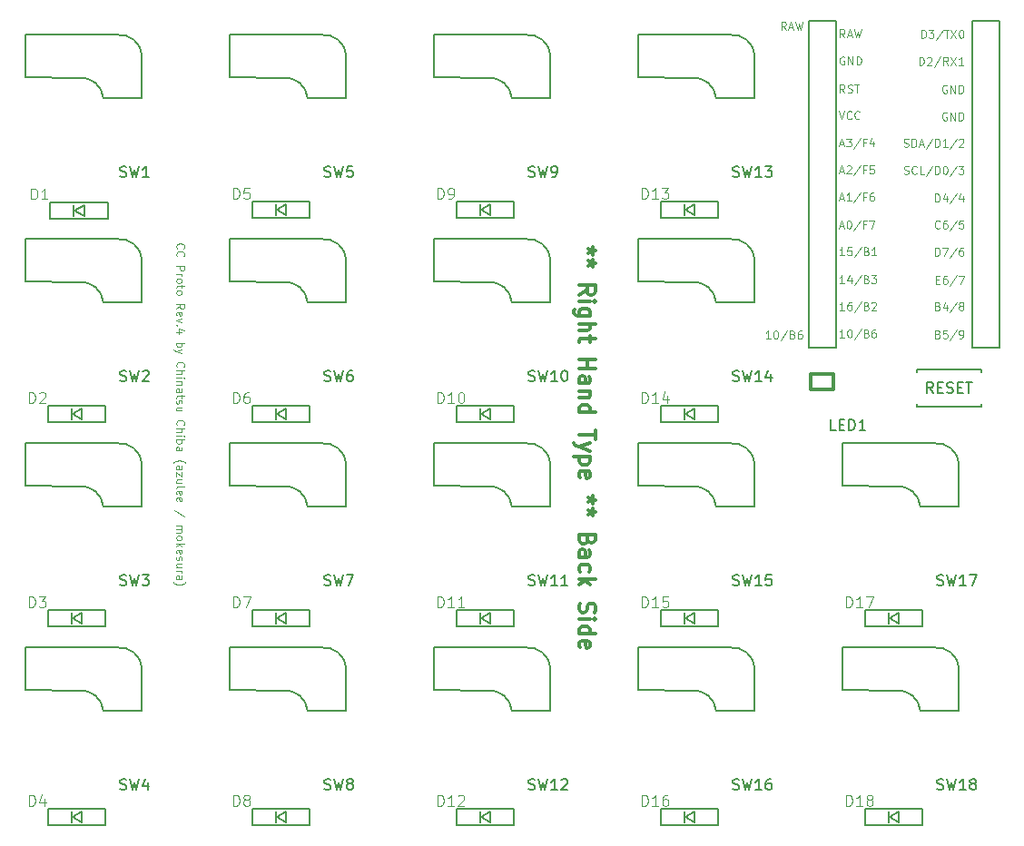
<source format=gto>
G04 #@! TF.GenerationSoftware,KiCad,Pcbnew,(5.1.10)-1*
G04 #@! TF.CreationDate,2021-08-15T11:08:44+09:00*
G04 #@! TF.ProjectId,cc_proto,63635f70-726f-4746-9f2e-6b696361645f,3*
G04 #@! TF.SameCoordinates,Original*
G04 #@! TF.FileFunction,Legend,Top*
G04 #@! TF.FilePolarity,Positive*
%FSLAX46Y46*%
G04 Gerber Fmt 4.6, Leading zero omitted, Abs format (unit mm)*
G04 Created by KiCad (PCBNEW (5.1.10)-1) date 2021-08-15 11:08:44*
%MOMM*%
%LPD*%
G01*
G04 APERTURE LIST*
%ADD10C,0.125000*%
%ADD11C,0.300000*%
%ADD12C,0.150000*%
G04 APERTURE END LIST*
D10*
X114856642Y-84010314D02*
X114820928Y-83974600D01*
X114785214Y-83867457D01*
X114785214Y-83796028D01*
X114820928Y-83688885D01*
X114892357Y-83617457D01*
X114963785Y-83581742D01*
X115106642Y-83546028D01*
X115213785Y-83546028D01*
X115356642Y-83581742D01*
X115428071Y-83617457D01*
X115499500Y-83688885D01*
X115535214Y-83796028D01*
X115535214Y-83867457D01*
X115499500Y-83974600D01*
X115463785Y-84010314D01*
X114856642Y-84760314D02*
X114820928Y-84724600D01*
X114785214Y-84617457D01*
X114785214Y-84546028D01*
X114820928Y-84438885D01*
X114892357Y-84367457D01*
X114963785Y-84331742D01*
X115106642Y-84296028D01*
X115213785Y-84296028D01*
X115356642Y-84331742D01*
X115428071Y-84367457D01*
X115499500Y-84438885D01*
X115535214Y-84546028D01*
X115535214Y-84617457D01*
X115499500Y-84724600D01*
X115463785Y-84760314D01*
X114785214Y-85653171D02*
X115535214Y-85653171D01*
X115535214Y-85938885D01*
X115499500Y-86010314D01*
X115463785Y-86046028D01*
X115392357Y-86081742D01*
X115285214Y-86081742D01*
X115213785Y-86046028D01*
X115178071Y-86010314D01*
X115142357Y-85938885D01*
X115142357Y-85653171D01*
X114785214Y-86403171D02*
X115285214Y-86403171D01*
X115142357Y-86403171D02*
X115213785Y-86438885D01*
X115249500Y-86474600D01*
X115285214Y-86546028D01*
X115285214Y-86617457D01*
X114785214Y-86974600D02*
X114820928Y-86903171D01*
X114856642Y-86867457D01*
X114928071Y-86831742D01*
X115142357Y-86831742D01*
X115213785Y-86867457D01*
X115249500Y-86903171D01*
X115285214Y-86974600D01*
X115285214Y-87081742D01*
X115249500Y-87153171D01*
X115213785Y-87188885D01*
X115142357Y-87224600D01*
X114928071Y-87224600D01*
X114856642Y-87188885D01*
X114820928Y-87153171D01*
X114785214Y-87081742D01*
X114785214Y-86974600D01*
X115285214Y-87438885D02*
X115285214Y-87724600D01*
X115535214Y-87546028D02*
X114892357Y-87546028D01*
X114820928Y-87581742D01*
X114785214Y-87653171D01*
X114785214Y-87724600D01*
X114785214Y-88081742D02*
X114820928Y-88010314D01*
X114856642Y-87974600D01*
X114928071Y-87938885D01*
X115142357Y-87938885D01*
X115213785Y-87974600D01*
X115249500Y-88010314D01*
X115285214Y-88081742D01*
X115285214Y-88188885D01*
X115249500Y-88260314D01*
X115213785Y-88296028D01*
X115142357Y-88331742D01*
X114928071Y-88331742D01*
X114856642Y-88296028D01*
X114820928Y-88260314D01*
X114785214Y-88188885D01*
X114785214Y-88081742D01*
X114785214Y-89653171D02*
X115142357Y-89403171D01*
X114785214Y-89224600D02*
X115535214Y-89224600D01*
X115535214Y-89510314D01*
X115499500Y-89581742D01*
X115463785Y-89617457D01*
X115392357Y-89653171D01*
X115285214Y-89653171D01*
X115213785Y-89617457D01*
X115178071Y-89581742D01*
X115142357Y-89510314D01*
X115142357Y-89224600D01*
X114820928Y-90260314D02*
X114785214Y-90188885D01*
X114785214Y-90046028D01*
X114820928Y-89974600D01*
X114892357Y-89938885D01*
X115178071Y-89938885D01*
X115249500Y-89974600D01*
X115285214Y-90046028D01*
X115285214Y-90188885D01*
X115249500Y-90260314D01*
X115178071Y-90296028D01*
X115106642Y-90296028D01*
X115035214Y-89938885D01*
X115285214Y-90546028D02*
X114785214Y-90724600D01*
X115285214Y-90903171D01*
X114856642Y-91188885D02*
X114820928Y-91224600D01*
X114785214Y-91188885D01*
X114820928Y-91153171D01*
X114856642Y-91188885D01*
X114785214Y-91188885D01*
X115285214Y-91867457D02*
X114785214Y-91867457D01*
X115570928Y-91688885D02*
X115035214Y-91510314D01*
X115035214Y-91974600D01*
X114785214Y-92831742D02*
X115535214Y-92831742D01*
X115249500Y-92831742D02*
X115285214Y-92903171D01*
X115285214Y-93046028D01*
X115249500Y-93117457D01*
X115213785Y-93153171D01*
X115142357Y-93188885D01*
X114928071Y-93188885D01*
X114856642Y-93153171D01*
X114820928Y-93117457D01*
X114785214Y-93046028D01*
X114785214Y-92903171D01*
X114820928Y-92831742D01*
X115285214Y-93438885D02*
X114785214Y-93617457D01*
X115285214Y-93796028D02*
X114785214Y-93617457D01*
X114606642Y-93546028D01*
X114570928Y-93510314D01*
X114535214Y-93438885D01*
X114856642Y-95081742D02*
X114820928Y-95046028D01*
X114785214Y-94938885D01*
X114785214Y-94867457D01*
X114820928Y-94760314D01*
X114892357Y-94688885D01*
X114963785Y-94653171D01*
X115106642Y-94617457D01*
X115213785Y-94617457D01*
X115356642Y-94653171D01*
X115428071Y-94688885D01*
X115499500Y-94760314D01*
X115535214Y-94867457D01*
X115535214Y-94938885D01*
X115499500Y-95046028D01*
X115463785Y-95081742D01*
X114785214Y-95403171D02*
X115535214Y-95403171D01*
X114785214Y-95724600D02*
X115178071Y-95724600D01*
X115249500Y-95688885D01*
X115285214Y-95617457D01*
X115285214Y-95510314D01*
X115249500Y-95438885D01*
X115213785Y-95403171D01*
X114785214Y-96081742D02*
X115285214Y-96081742D01*
X115535214Y-96081742D02*
X115499500Y-96046028D01*
X115463785Y-96081742D01*
X115499500Y-96117457D01*
X115535214Y-96081742D01*
X115463785Y-96081742D01*
X115285214Y-96438885D02*
X114785214Y-96438885D01*
X115213785Y-96438885D02*
X115249500Y-96474600D01*
X115285214Y-96546028D01*
X115285214Y-96653171D01*
X115249500Y-96724600D01*
X115178071Y-96760314D01*
X114785214Y-96760314D01*
X114785214Y-97438885D02*
X115178071Y-97438885D01*
X115249500Y-97403171D01*
X115285214Y-97331742D01*
X115285214Y-97188885D01*
X115249500Y-97117457D01*
X114820928Y-97438885D02*
X114785214Y-97367457D01*
X114785214Y-97188885D01*
X114820928Y-97117457D01*
X114892357Y-97081742D01*
X114963785Y-97081742D01*
X115035214Y-97117457D01*
X115070928Y-97188885D01*
X115070928Y-97367457D01*
X115106642Y-97438885D01*
X115285214Y-97688885D02*
X115285214Y-97974600D01*
X115535214Y-97796028D02*
X114892357Y-97796028D01*
X114820928Y-97831742D01*
X114785214Y-97903171D01*
X114785214Y-97974600D01*
X114820928Y-98188885D02*
X114785214Y-98260314D01*
X114785214Y-98403171D01*
X114820928Y-98474600D01*
X114892357Y-98510314D01*
X114928071Y-98510314D01*
X114999500Y-98474600D01*
X115035214Y-98403171D01*
X115035214Y-98296028D01*
X115070928Y-98224600D01*
X115142357Y-98188885D01*
X115178071Y-98188885D01*
X115249500Y-98224600D01*
X115285214Y-98296028D01*
X115285214Y-98403171D01*
X115249500Y-98474600D01*
X115285214Y-99153171D02*
X114785214Y-99153171D01*
X115285214Y-98831742D02*
X114892357Y-98831742D01*
X114820928Y-98867457D01*
X114785214Y-98938885D01*
X114785214Y-99046028D01*
X114820928Y-99117457D01*
X114856642Y-99153171D01*
X114856642Y-100510314D02*
X114820928Y-100474600D01*
X114785214Y-100367457D01*
X114785214Y-100296028D01*
X114820928Y-100188885D01*
X114892357Y-100117457D01*
X114963785Y-100081742D01*
X115106642Y-100046028D01*
X115213785Y-100046028D01*
X115356642Y-100081742D01*
X115428071Y-100117457D01*
X115499500Y-100188885D01*
X115535214Y-100296028D01*
X115535214Y-100367457D01*
X115499500Y-100474600D01*
X115463785Y-100510314D01*
X114785214Y-100831742D02*
X115535214Y-100831742D01*
X114785214Y-101153171D02*
X115178071Y-101153171D01*
X115249500Y-101117457D01*
X115285214Y-101046028D01*
X115285214Y-100938885D01*
X115249500Y-100867457D01*
X115213785Y-100831742D01*
X114785214Y-101510314D02*
X115285214Y-101510314D01*
X115535214Y-101510314D02*
X115499500Y-101474600D01*
X115463785Y-101510314D01*
X115499500Y-101546028D01*
X115535214Y-101510314D01*
X115463785Y-101510314D01*
X114785214Y-101867457D02*
X115535214Y-101867457D01*
X115249500Y-101867457D02*
X115285214Y-101938885D01*
X115285214Y-102081742D01*
X115249500Y-102153171D01*
X115213785Y-102188885D01*
X115142357Y-102224600D01*
X114928071Y-102224600D01*
X114856642Y-102188885D01*
X114820928Y-102153171D01*
X114785214Y-102081742D01*
X114785214Y-101938885D01*
X114820928Y-101867457D01*
X114785214Y-102867457D02*
X115178071Y-102867457D01*
X115249500Y-102831742D01*
X115285214Y-102760314D01*
X115285214Y-102617457D01*
X115249500Y-102546028D01*
X114820928Y-102867457D02*
X114785214Y-102796028D01*
X114785214Y-102617457D01*
X114820928Y-102546028D01*
X114892357Y-102510314D01*
X114963785Y-102510314D01*
X115035214Y-102546028D01*
X115070928Y-102617457D01*
X115070928Y-102796028D01*
X115106642Y-102867457D01*
X114499500Y-104010314D02*
X114535214Y-103974600D01*
X114642357Y-103903171D01*
X114713785Y-103867457D01*
X114820928Y-103831742D01*
X114999500Y-103796028D01*
X115142357Y-103796028D01*
X115320928Y-103831742D01*
X115428071Y-103867457D01*
X115499500Y-103903171D01*
X115606642Y-103974600D01*
X115642357Y-104010314D01*
X114785214Y-104617457D02*
X115178071Y-104617457D01*
X115249500Y-104581742D01*
X115285214Y-104510314D01*
X115285214Y-104367457D01*
X115249500Y-104296028D01*
X114820928Y-104617457D02*
X114785214Y-104546028D01*
X114785214Y-104367457D01*
X114820928Y-104296028D01*
X114892357Y-104260314D01*
X114963785Y-104260314D01*
X115035214Y-104296028D01*
X115070928Y-104367457D01*
X115070928Y-104546028D01*
X115106642Y-104617457D01*
X115285214Y-104903171D02*
X115285214Y-105296028D01*
X114785214Y-104903171D01*
X114785214Y-105296028D01*
X115285214Y-105903171D02*
X114785214Y-105903171D01*
X115285214Y-105581742D02*
X114892357Y-105581742D01*
X114820928Y-105617457D01*
X114785214Y-105688885D01*
X114785214Y-105796028D01*
X114820928Y-105867457D01*
X114856642Y-105903171D01*
X114785214Y-106367457D02*
X114820928Y-106296028D01*
X114892357Y-106260314D01*
X115535214Y-106260314D01*
X114820928Y-106938885D02*
X114785214Y-106867457D01*
X114785214Y-106724600D01*
X114820928Y-106653171D01*
X114892357Y-106617457D01*
X115178071Y-106617457D01*
X115249500Y-106653171D01*
X115285214Y-106724600D01*
X115285214Y-106867457D01*
X115249500Y-106938885D01*
X115178071Y-106974600D01*
X115106642Y-106974600D01*
X115035214Y-106617457D01*
X114820928Y-107581742D02*
X114785214Y-107510314D01*
X114785214Y-107367457D01*
X114820928Y-107296028D01*
X114892357Y-107260314D01*
X115178071Y-107260314D01*
X115249500Y-107296028D01*
X115285214Y-107367457D01*
X115285214Y-107510314D01*
X115249500Y-107581742D01*
X115178071Y-107617457D01*
X115106642Y-107617457D01*
X115035214Y-107260314D01*
X115570928Y-109046028D02*
X114606642Y-108403171D01*
X114785214Y-109867457D02*
X115285214Y-109867457D01*
X115213785Y-109867457D02*
X115249500Y-109903171D01*
X115285214Y-109974600D01*
X115285214Y-110081742D01*
X115249500Y-110153171D01*
X115178071Y-110188885D01*
X114785214Y-110188885D01*
X115178071Y-110188885D02*
X115249500Y-110224600D01*
X115285214Y-110296028D01*
X115285214Y-110403171D01*
X115249500Y-110474600D01*
X115178071Y-110510314D01*
X114785214Y-110510314D01*
X114785214Y-110974600D02*
X114820928Y-110903171D01*
X114856642Y-110867457D01*
X114928071Y-110831742D01*
X115142357Y-110831742D01*
X115213785Y-110867457D01*
X115249500Y-110903171D01*
X115285214Y-110974600D01*
X115285214Y-111081742D01*
X115249500Y-111153171D01*
X115213785Y-111188885D01*
X115142357Y-111224600D01*
X114928071Y-111224600D01*
X114856642Y-111188885D01*
X114820928Y-111153171D01*
X114785214Y-111081742D01*
X114785214Y-110974600D01*
X114785214Y-111546028D02*
X115535214Y-111546028D01*
X115070928Y-111617457D02*
X114785214Y-111831742D01*
X115285214Y-111831742D02*
X114999500Y-111546028D01*
X114820928Y-112438885D02*
X114785214Y-112367457D01*
X114785214Y-112224600D01*
X114820928Y-112153171D01*
X114892357Y-112117457D01*
X115178071Y-112117457D01*
X115249500Y-112153171D01*
X115285214Y-112224600D01*
X115285214Y-112367457D01*
X115249500Y-112438885D01*
X115178071Y-112474600D01*
X115106642Y-112474600D01*
X115035214Y-112117457D01*
X114820928Y-112760314D02*
X114785214Y-112831742D01*
X114785214Y-112974600D01*
X114820928Y-113046028D01*
X114892357Y-113081742D01*
X114928071Y-113081742D01*
X114999500Y-113046028D01*
X115035214Y-112974600D01*
X115035214Y-112867457D01*
X115070928Y-112796028D01*
X115142357Y-112760314D01*
X115178071Y-112760314D01*
X115249500Y-112796028D01*
X115285214Y-112867457D01*
X115285214Y-112974600D01*
X115249500Y-113046028D01*
X115285214Y-113724600D02*
X114785214Y-113724600D01*
X115285214Y-113403171D02*
X114892357Y-113403171D01*
X114820928Y-113438885D01*
X114785214Y-113510314D01*
X114785214Y-113617457D01*
X114820928Y-113688885D01*
X114856642Y-113724600D01*
X114785214Y-114081742D02*
X115285214Y-114081742D01*
X115142357Y-114081742D02*
X115213785Y-114117457D01*
X115249500Y-114153171D01*
X115285214Y-114224600D01*
X115285214Y-114296028D01*
X114785214Y-114867457D02*
X115178071Y-114867457D01*
X115249500Y-114831742D01*
X115285214Y-114760314D01*
X115285214Y-114617457D01*
X115249500Y-114546028D01*
X114820928Y-114867457D02*
X114785214Y-114796028D01*
X114785214Y-114617457D01*
X114820928Y-114546028D01*
X114892357Y-114510314D01*
X114963785Y-114510314D01*
X115035214Y-114546028D01*
X115070928Y-114617457D01*
X115070928Y-114796028D01*
X115106642Y-114867457D01*
X114499500Y-115153171D02*
X114535214Y-115188885D01*
X114642357Y-115260314D01*
X114713785Y-115296028D01*
X114820928Y-115331742D01*
X114999500Y-115367457D01*
X115142357Y-115367457D01*
X115320928Y-115331742D01*
X115428071Y-115296028D01*
X115499500Y-115260314D01*
X115606642Y-115188885D01*
X115642357Y-115153171D01*
D11*
X153875928Y-84254742D02*
X153518785Y-84254742D01*
X153661642Y-83897600D02*
X153518785Y-84254742D01*
X153661642Y-84611885D01*
X153233071Y-84040457D02*
X153518785Y-84254742D01*
X153233071Y-84469028D01*
X153875928Y-85397600D02*
X153518785Y-85397600D01*
X153661642Y-85040457D02*
X153518785Y-85397600D01*
X153661642Y-85754742D01*
X153233071Y-85183314D02*
X153518785Y-85397600D01*
X153233071Y-85611885D01*
X152375928Y-88326171D02*
X153090214Y-87826171D01*
X152375928Y-87469028D02*
X153875928Y-87469028D01*
X153875928Y-88040457D01*
X153804500Y-88183314D01*
X153733071Y-88254742D01*
X153590214Y-88326171D01*
X153375928Y-88326171D01*
X153233071Y-88254742D01*
X153161642Y-88183314D01*
X153090214Y-88040457D01*
X153090214Y-87469028D01*
X152375928Y-88969028D02*
X153375928Y-88969028D01*
X153875928Y-88969028D02*
X153804500Y-88897600D01*
X153733071Y-88969028D01*
X153804500Y-89040457D01*
X153875928Y-88969028D01*
X153733071Y-88969028D01*
X153375928Y-90326171D02*
X152161642Y-90326171D01*
X152018785Y-90254742D01*
X151947357Y-90183314D01*
X151875928Y-90040457D01*
X151875928Y-89826171D01*
X151947357Y-89683314D01*
X152447357Y-90326171D02*
X152375928Y-90183314D01*
X152375928Y-89897600D01*
X152447357Y-89754742D01*
X152518785Y-89683314D01*
X152661642Y-89611885D01*
X153090214Y-89611885D01*
X153233071Y-89683314D01*
X153304500Y-89754742D01*
X153375928Y-89897600D01*
X153375928Y-90183314D01*
X153304500Y-90326171D01*
X152375928Y-91040457D02*
X153875928Y-91040457D01*
X152375928Y-91683314D02*
X153161642Y-91683314D01*
X153304500Y-91611885D01*
X153375928Y-91469028D01*
X153375928Y-91254742D01*
X153304500Y-91111885D01*
X153233071Y-91040457D01*
X153375928Y-92183314D02*
X153375928Y-92754742D01*
X153875928Y-92397600D02*
X152590214Y-92397600D01*
X152447357Y-92469028D01*
X152375928Y-92611885D01*
X152375928Y-92754742D01*
X152375928Y-94397600D02*
X153875928Y-94397600D01*
X153161642Y-94397600D02*
X153161642Y-95254742D01*
X152375928Y-95254742D02*
X153875928Y-95254742D01*
X152375928Y-96611885D02*
X153161642Y-96611885D01*
X153304500Y-96540457D01*
X153375928Y-96397600D01*
X153375928Y-96111885D01*
X153304500Y-95969028D01*
X152447357Y-96611885D02*
X152375928Y-96469028D01*
X152375928Y-96111885D01*
X152447357Y-95969028D01*
X152590214Y-95897600D01*
X152733071Y-95897600D01*
X152875928Y-95969028D01*
X152947357Y-96111885D01*
X152947357Y-96469028D01*
X153018785Y-96611885D01*
X153375928Y-97326171D02*
X152375928Y-97326171D01*
X153233071Y-97326171D02*
X153304500Y-97397600D01*
X153375928Y-97540457D01*
X153375928Y-97754742D01*
X153304500Y-97897600D01*
X153161642Y-97969028D01*
X152375928Y-97969028D01*
X152375928Y-99326171D02*
X153875928Y-99326171D01*
X152447357Y-99326171D02*
X152375928Y-99183314D01*
X152375928Y-98897600D01*
X152447357Y-98754742D01*
X152518785Y-98683314D01*
X152661642Y-98611885D01*
X153090214Y-98611885D01*
X153233071Y-98683314D01*
X153304500Y-98754742D01*
X153375928Y-98897600D01*
X153375928Y-99183314D01*
X153304500Y-99326171D01*
X153875928Y-100969028D02*
X153875928Y-101826171D01*
X152375928Y-101397600D02*
X153875928Y-101397600D01*
X153375928Y-102183314D02*
X152375928Y-102540457D01*
X153375928Y-102897600D02*
X152375928Y-102540457D01*
X152018785Y-102397600D01*
X151947357Y-102326171D01*
X151875928Y-102183314D01*
X153375928Y-103469028D02*
X151875928Y-103469028D01*
X153304500Y-103469028D02*
X153375928Y-103611885D01*
X153375928Y-103897600D01*
X153304500Y-104040457D01*
X153233071Y-104111885D01*
X153090214Y-104183314D01*
X152661642Y-104183314D01*
X152518785Y-104111885D01*
X152447357Y-104040457D01*
X152375928Y-103897600D01*
X152375928Y-103611885D01*
X152447357Y-103469028D01*
X152447357Y-105397600D02*
X152375928Y-105254742D01*
X152375928Y-104969028D01*
X152447357Y-104826171D01*
X152590214Y-104754742D01*
X153161642Y-104754742D01*
X153304500Y-104826171D01*
X153375928Y-104969028D01*
X153375928Y-105254742D01*
X153304500Y-105397600D01*
X153161642Y-105469028D01*
X153018785Y-105469028D01*
X152875928Y-104754742D01*
X153875928Y-107469028D02*
X153518785Y-107469028D01*
X153661642Y-107111885D02*
X153518785Y-107469028D01*
X153661642Y-107826171D01*
X153233071Y-107254742D02*
X153518785Y-107469028D01*
X153233071Y-107683314D01*
X153875928Y-108611885D02*
X153518785Y-108611885D01*
X153661642Y-108254742D02*
X153518785Y-108611885D01*
X153661642Y-108969028D01*
X153233071Y-108397600D02*
X153518785Y-108611885D01*
X153233071Y-108826171D01*
X153161642Y-111183314D02*
X153090214Y-111397600D01*
X153018785Y-111469028D01*
X152875928Y-111540457D01*
X152661642Y-111540457D01*
X152518785Y-111469028D01*
X152447357Y-111397600D01*
X152375928Y-111254742D01*
X152375928Y-110683314D01*
X153875928Y-110683314D01*
X153875928Y-111183314D01*
X153804500Y-111326171D01*
X153733071Y-111397600D01*
X153590214Y-111469028D01*
X153447357Y-111469028D01*
X153304500Y-111397600D01*
X153233071Y-111326171D01*
X153161642Y-111183314D01*
X153161642Y-110683314D01*
X152375928Y-112826171D02*
X153161642Y-112826171D01*
X153304500Y-112754742D01*
X153375928Y-112611885D01*
X153375928Y-112326171D01*
X153304500Y-112183314D01*
X152447357Y-112826171D02*
X152375928Y-112683314D01*
X152375928Y-112326171D01*
X152447357Y-112183314D01*
X152590214Y-112111885D01*
X152733071Y-112111885D01*
X152875928Y-112183314D01*
X152947357Y-112326171D01*
X152947357Y-112683314D01*
X153018785Y-112826171D01*
X152447357Y-114183314D02*
X152375928Y-114040457D01*
X152375928Y-113754742D01*
X152447357Y-113611885D01*
X152518785Y-113540457D01*
X152661642Y-113469028D01*
X153090214Y-113469028D01*
X153233071Y-113540457D01*
X153304500Y-113611885D01*
X153375928Y-113754742D01*
X153375928Y-114040457D01*
X153304500Y-114183314D01*
X152375928Y-114826171D02*
X153875928Y-114826171D01*
X152947357Y-114969028D02*
X152375928Y-115397600D01*
X153375928Y-115397600D02*
X152804500Y-114826171D01*
X152447357Y-117111885D02*
X152375928Y-117326171D01*
X152375928Y-117683314D01*
X152447357Y-117826171D01*
X152518785Y-117897600D01*
X152661642Y-117969028D01*
X152804500Y-117969028D01*
X152947357Y-117897600D01*
X153018785Y-117826171D01*
X153090214Y-117683314D01*
X153161642Y-117397600D01*
X153233071Y-117254742D01*
X153304500Y-117183314D01*
X153447357Y-117111885D01*
X153590214Y-117111885D01*
X153733071Y-117183314D01*
X153804500Y-117254742D01*
X153875928Y-117397600D01*
X153875928Y-117754742D01*
X153804500Y-117969028D01*
X152375928Y-118611885D02*
X153375928Y-118611885D01*
X153875928Y-118611885D02*
X153804500Y-118540457D01*
X153733071Y-118611885D01*
X153804500Y-118683314D01*
X153875928Y-118611885D01*
X153733071Y-118611885D01*
X152375928Y-119969028D02*
X153875928Y-119969028D01*
X152447357Y-119969028D02*
X152375928Y-119826171D01*
X152375928Y-119540457D01*
X152447357Y-119397600D01*
X152518785Y-119326171D01*
X152661642Y-119254742D01*
X153090214Y-119254742D01*
X153233071Y-119326171D01*
X153304500Y-119397600D01*
X153375928Y-119540457D01*
X153375928Y-119826171D01*
X153304500Y-119969028D01*
X152447357Y-121254742D02*
X152375928Y-121111885D01*
X152375928Y-120826171D01*
X152447357Y-120683314D01*
X152590214Y-120611885D01*
X153161642Y-120611885D01*
X153304500Y-120683314D01*
X153375928Y-120826171D01*
X153375928Y-121111885D01*
X153304500Y-121254742D01*
X153161642Y-121326171D01*
X153018785Y-121326171D01*
X152875928Y-120611885D01*
D12*
X176900500Y-125200600D02*
X181950500Y-125246600D01*
X176900500Y-125154600D02*
X176900500Y-121246600D01*
X176900500Y-121246600D02*
X185525500Y-121246600D01*
X187800500Y-123200600D02*
X187800500Y-127145600D01*
X187800500Y-127154600D02*
X184190500Y-127154600D01*
X187789500Y-123130600D02*
G75*
G03*
X185525500Y-121246600I-2074000J-190000D01*
G01*
X184185500Y-127130600D02*
G75*
G03*
X181925500Y-125250600I-2070000J-190000D01*
G01*
X176900500Y-106150600D02*
X181950500Y-106196600D01*
X176900500Y-106104600D02*
X176900500Y-102196600D01*
X176900500Y-102196600D02*
X185525500Y-102196600D01*
X187800500Y-104150600D02*
X187800500Y-108095600D01*
X187800500Y-108104600D02*
X184190500Y-108104600D01*
X187789500Y-104080600D02*
G75*
G03*
X185525500Y-102196600I-2074000J-190000D01*
G01*
X184185500Y-108080600D02*
G75*
G03*
X181925500Y-106200600I-2070000J-190000D01*
G01*
X157850500Y-125200600D02*
X162900500Y-125246600D01*
X157850500Y-125154600D02*
X157850500Y-121246600D01*
X157850500Y-121246600D02*
X166475500Y-121246600D01*
X168750500Y-123200600D02*
X168750500Y-127145600D01*
X168750500Y-127154600D02*
X165140500Y-127154600D01*
X168739500Y-123130600D02*
G75*
G03*
X166475500Y-121246600I-2074000J-190000D01*
G01*
X165135500Y-127130600D02*
G75*
G03*
X162875500Y-125250600I-2070000J-190000D01*
G01*
X157850500Y-106150600D02*
X162900500Y-106196600D01*
X157850500Y-106104600D02*
X157850500Y-102196600D01*
X157850500Y-102196600D02*
X166475500Y-102196600D01*
X168750500Y-104150600D02*
X168750500Y-108095600D01*
X168750500Y-108104600D02*
X165140500Y-108104600D01*
X168739500Y-104080600D02*
G75*
G03*
X166475500Y-102196600I-2074000J-190000D01*
G01*
X165135500Y-108080600D02*
G75*
G03*
X162875500Y-106200600I-2070000J-190000D01*
G01*
X157850500Y-87100600D02*
X162900500Y-87146600D01*
X157850500Y-87054600D02*
X157850500Y-83146600D01*
X157850500Y-83146600D02*
X166475500Y-83146600D01*
X168750500Y-85100600D02*
X168750500Y-89045600D01*
X168750500Y-89054600D02*
X165140500Y-89054600D01*
X168739500Y-85030600D02*
G75*
G03*
X166475500Y-83146600I-2074000J-190000D01*
G01*
X165135500Y-89030600D02*
G75*
G03*
X162875500Y-87150600I-2070000J-190000D01*
G01*
X157850500Y-68050600D02*
X162900500Y-68096600D01*
X157850500Y-68004600D02*
X157850500Y-64096600D01*
X157850500Y-64096600D02*
X166475500Y-64096600D01*
X168750500Y-66050600D02*
X168750500Y-69995600D01*
X168750500Y-70004600D02*
X165140500Y-70004600D01*
X168739500Y-65980600D02*
G75*
G03*
X166475500Y-64096600I-2074000J-190000D01*
G01*
X165135500Y-69980600D02*
G75*
G03*
X162875500Y-68100600I-2070000J-190000D01*
G01*
X138800500Y-125200600D02*
X143850500Y-125246600D01*
X138800500Y-125154600D02*
X138800500Y-121246600D01*
X138800500Y-121246600D02*
X147425500Y-121246600D01*
X149700500Y-123200600D02*
X149700500Y-127145600D01*
X149700500Y-127154600D02*
X146090500Y-127154600D01*
X149689500Y-123130600D02*
G75*
G03*
X147425500Y-121246600I-2074000J-190000D01*
G01*
X146085500Y-127130600D02*
G75*
G03*
X143825500Y-125250600I-2070000J-190000D01*
G01*
X138800500Y-106150600D02*
X143850500Y-106196600D01*
X138800500Y-106104600D02*
X138800500Y-102196600D01*
X138800500Y-102196600D02*
X147425500Y-102196600D01*
X149700500Y-104150600D02*
X149700500Y-108095600D01*
X149700500Y-108104600D02*
X146090500Y-108104600D01*
X149689500Y-104080600D02*
G75*
G03*
X147425500Y-102196600I-2074000J-190000D01*
G01*
X146085500Y-108080600D02*
G75*
G03*
X143825500Y-106200600I-2070000J-190000D01*
G01*
X138800500Y-87100600D02*
X143850500Y-87146600D01*
X138800500Y-87054600D02*
X138800500Y-83146600D01*
X138800500Y-83146600D02*
X147425500Y-83146600D01*
X149700500Y-85100600D02*
X149700500Y-89045600D01*
X149700500Y-89054600D02*
X146090500Y-89054600D01*
X149689500Y-85030600D02*
G75*
G03*
X147425500Y-83146600I-2074000J-190000D01*
G01*
X146085500Y-89030600D02*
G75*
G03*
X143825500Y-87150600I-2070000J-190000D01*
G01*
X138800500Y-68050600D02*
X143850500Y-68096600D01*
X138800500Y-68004600D02*
X138800500Y-64096600D01*
X138800500Y-64096600D02*
X147425500Y-64096600D01*
X149700500Y-66050600D02*
X149700500Y-69995600D01*
X149700500Y-70004600D02*
X146090500Y-70004600D01*
X149689500Y-65980600D02*
G75*
G03*
X147425500Y-64096600I-2074000J-190000D01*
G01*
X146085500Y-69980600D02*
G75*
G03*
X143825500Y-68100600I-2070000J-190000D01*
G01*
X119750500Y-125200600D02*
X124800500Y-125246600D01*
X119750500Y-125154600D02*
X119750500Y-121246600D01*
X119750500Y-121246600D02*
X128375500Y-121246600D01*
X130650500Y-123200600D02*
X130650500Y-127145600D01*
X130650500Y-127154600D02*
X127040500Y-127154600D01*
X130639500Y-123130600D02*
G75*
G03*
X128375500Y-121246600I-2074000J-190000D01*
G01*
X127035500Y-127130600D02*
G75*
G03*
X124775500Y-125250600I-2070000J-190000D01*
G01*
X119750500Y-106150600D02*
X124800500Y-106196600D01*
X119750500Y-106104600D02*
X119750500Y-102196600D01*
X119750500Y-102196600D02*
X128375500Y-102196600D01*
X130650500Y-104150600D02*
X130650500Y-108095600D01*
X130650500Y-108104600D02*
X127040500Y-108104600D01*
X130639500Y-104080600D02*
G75*
G03*
X128375500Y-102196600I-2074000J-190000D01*
G01*
X127035500Y-108080600D02*
G75*
G03*
X124775500Y-106200600I-2070000J-190000D01*
G01*
X119750500Y-87100600D02*
X124800500Y-87146600D01*
X119750500Y-87054600D02*
X119750500Y-83146600D01*
X119750500Y-83146600D02*
X128375500Y-83146600D01*
X130650500Y-85100600D02*
X130650500Y-89045600D01*
X130650500Y-89054600D02*
X127040500Y-89054600D01*
X130639500Y-85030600D02*
G75*
G03*
X128375500Y-83146600I-2074000J-190000D01*
G01*
X127035500Y-89030600D02*
G75*
G03*
X124775500Y-87150600I-2070000J-190000D01*
G01*
X119750500Y-68050600D02*
X124800500Y-68096600D01*
X119750500Y-68004600D02*
X119750500Y-64096600D01*
X119750500Y-64096600D02*
X128375500Y-64096600D01*
X130650500Y-66050600D02*
X130650500Y-69995600D01*
X130650500Y-70004600D02*
X127040500Y-70004600D01*
X130639500Y-65980600D02*
G75*
G03*
X128375500Y-64096600I-2074000J-190000D01*
G01*
X127035500Y-69980600D02*
G75*
G03*
X124775500Y-68100600I-2070000J-190000D01*
G01*
X100700500Y-125200600D02*
X105750500Y-125246600D01*
X100700500Y-125154600D02*
X100700500Y-121246600D01*
X100700500Y-121246600D02*
X109325500Y-121246600D01*
X111600500Y-123200600D02*
X111600500Y-127145600D01*
X111600500Y-127154600D02*
X107990500Y-127154600D01*
X111589500Y-123130600D02*
G75*
G03*
X109325500Y-121246600I-2074000J-190000D01*
G01*
X107985500Y-127130600D02*
G75*
G03*
X105725500Y-125250600I-2070000J-190000D01*
G01*
X100700500Y-106150600D02*
X105750500Y-106196600D01*
X100700500Y-106104600D02*
X100700500Y-102196600D01*
X100700500Y-102196600D02*
X109325500Y-102196600D01*
X111600500Y-104150600D02*
X111600500Y-108095600D01*
X111600500Y-108104600D02*
X107990500Y-108104600D01*
X111589500Y-104080600D02*
G75*
G03*
X109325500Y-102196600I-2074000J-190000D01*
G01*
X107985500Y-108080600D02*
G75*
G03*
X105725500Y-106200600I-2070000J-190000D01*
G01*
X100700500Y-87100600D02*
X105750500Y-87146600D01*
X100700500Y-87054600D02*
X100700500Y-83146600D01*
X100700500Y-83146600D02*
X109325500Y-83146600D01*
X111600500Y-85100600D02*
X111600500Y-89045600D01*
X111600500Y-89054600D02*
X107990500Y-89054600D01*
X111589500Y-85030600D02*
G75*
G03*
X109325500Y-83146600I-2074000J-190000D01*
G01*
X107985500Y-89030600D02*
G75*
G03*
X105725500Y-87150600I-2070000J-190000D01*
G01*
X100700500Y-68050600D02*
X105750500Y-68096600D01*
X100700500Y-68004600D02*
X100700500Y-64096600D01*
X100700500Y-64096600D02*
X109325500Y-64096600D01*
X111600500Y-66050600D02*
X111600500Y-69995600D01*
X111600500Y-70004600D02*
X107990500Y-70004600D01*
X111589500Y-65980600D02*
G75*
G03*
X109325500Y-64096600I-2074000J-190000D01*
G01*
X107985500Y-69980600D02*
G75*
G03*
X105725500Y-68100600I-2070000J-190000D01*
G01*
X173766900Y-62752600D02*
X176306900Y-62752600D01*
X176306900Y-62752600D02*
X176306900Y-93232600D01*
X176306900Y-93232600D02*
X173766900Y-93232600D01*
X173766900Y-93232600D02*
X173766900Y-62752600D01*
X188986900Y-62752600D02*
X191526900Y-62752600D01*
X191526900Y-62752600D02*
X191526900Y-93232600D01*
X191526900Y-93232600D02*
X188986900Y-93232600D01*
X188986900Y-93232600D02*
X188986900Y-62752600D01*
D11*
X173990500Y-97163600D02*
X173990500Y-95713600D01*
X173990500Y-95713600D02*
X176040500Y-95713600D01*
X176040500Y-95713600D02*
X176040500Y-97163600D01*
X176040500Y-97163600D02*
X173990500Y-97163600D01*
D12*
X184400500Y-137800600D02*
X184400500Y-136300600D01*
X179000500Y-137800600D02*
X184400500Y-137800600D01*
X179000500Y-136300600D02*
X179000500Y-137800600D01*
X184400500Y-136300600D02*
X179000500Y-136300600D01*
X181200500Y-136550600D02*
X181200500Y-137550600D01*
X182200500Y-137550600D02*
X181300500Y-137050600D01*
X182200500Y-136550600D02*
X182200500Y-137550600D01*
X181300500Y-137050600D02*
X182200500Y-136550600D01*
X184400500Y-119275600D02*
X184400500Y-117775600D01*
X179000500Y-119275600D02*
X184400500Y-119275600D01*
X179000500Y-117775600D02*
X179000500Y-119275600D01*
X184400500Y-117775600D02*
X179000500Y-117775600D01*
X181200500Y-118025600D02*
X181200500Y-119025600D01*
X182200500Y-119025600D02*
X181300500Y-118525600D01*
X182200500Y-118025600D02*
X182200500Y-119025600D01*
X181300500Y-118525600D02*
X182200500Y-118025600D01*
X165350500Y-137800600D02*
X165350500Y-136300600D01*
X159950500Y-137800600D02*
X165350500Y-137800600D01*
X159950500Y-136300600D02*
X159950500Y-137800600D01*
X165350500Y-136300600D02*
X159950500Y-136300600D01*
X162150500Y-136550600D02*
X162150500Y-137550600D01*
X163150500Y-137550600D02*
X162250500Y-137050600D01*
X163150500Y-136550600D02*
X163150500Y-137550600D01*
X162250500Y-137050600D02*
X163150500Y-136550600D01*
X165350500Y-119275600D02*
X165350500Y-117775600D01*
X159950500Y-119275600D02*
X165350500Y-119275600D01*
X159950500Y-117775600D02*
X159950500Y-119275600D01*
X165350500Y-117775600D02*
X159950500Y-117775600D01*
X162150500Y-118025600D02*
X162150500Y-119025600D01*
X163150500Y-119025600D02*
X162250500Y-118525600D01*
X163150500Y-118025600D02*
X163150500Y-119025600D01*
X162250500Y-118525600D02*
X163150500Y-118025600D01*
X165350500Y-100225600D02*
X165350500Y-98725600D01*
X159950500Y-100225600D02*
X165350500Y-100225600D01*
X159950500Y-98725600D02*
X159950500Y-100225600D01*
X165350500Y-98725600D02*
X159950500Y-98725600D01*
X162150500Y-98975600D02*
X162150500Y-99975600D01*
X163150500Y-99975600D02*
X162250500Y-99475600D01*
X163150500Y-98975600D02*
X163150500Y-99975600D01*
X162250500Y-99475600D02*
X163150500Y-98975600D01*
X165350500Y-81175600D02*
X165350500Y-79675600D01*
X159950500Y-81175600D02*
X165350500Y-81175600D01*
X159950500Y-79675600D02*
X159950500Y-81175600D01*
X165350500Y-79675600D02*
X159950500Y-79675600D01*
X162150500Y-79925600D02*
X162150500Y-80925600D01*
X163150500Y-80925600D02*
X162250500Y-80425600D01*
X163150500Y-79925600D02*
X163150500Y-80925600D01*
X162250500Y-80425600D02*
X163150500Y-79925600D01*
X146300500Y-137800600D02*
X146300500Y-136300600D01*
X140900500Y-137800600D02*
X146300500Y-137800600D01*
X140900500Y-136300600D02*
X140900500Y-137800600D01*
X146300500Y-136300600D02*
X140900500Y-136300600D01*
X143100500Y-136550600D02*
X143100500Y-137550600D01*
X144100500Y-137550600D02*
X143200500Y-137050600D01*
X144100500Y-136550600D02*
X144100500Y-137550600D01*
X143200500Y-137050600D02*
X144100500Y-136550600D01*
X146300500Y-119275600D02*
X146300500Y-117775600D01*
X140900500Y-119275600D02*
X146300500Y-119275600D01*
X140900500Y-117775600D02*
X140900500Y-119275600D01*
X146300500Y-117775600D02*
X140900500Y-117775600D01*
X143100500Y-118025600D02*
X143100500Y-119025600D01*
X144100500Y-119025600D02*
X143200500Y-118525600D01*
X144100500Y-118025600D02*
X144100500Y-119025600D01*
X143200500Y-118525600D02*
X144100500Y-118025600D01*
X146300500Y-100225600D02*
X146300500Y-98725600D01*
X140900500Y-100225600D02*
X146300500Y-100225600D01*
X140900500Y-98725600D02*
X140900500Y-100225600D01*
X146300500Y-98725600D02*
X140900500Y-98725600D01*
X143100500Y-98975600D02*
X143100500Y-99975600D01*
X144100500Y-99975600D02*
X143200500Y-99475600D01*
X144100500Y-98975600D02*
X144100500Y-99975600D01*
X143200500Y-99475600D02*
X144100500Y-98975600D01*
X146300500Y-81175600D02*
X146300500Y-79675600D01*
X140900500Y-81175600D02*
X146300500Y-81175600D01*
X140900500Y-79675600D02*
X140900500Y-81175600D01*
X146300500Y-79675600D02*
X140900500Y-79675600D01*
X143100500Y-79925600D02*
X143100500Y-80925600D01*
X144100500Y-80925600D02*
X143200500Y-80425600D01*
X144100500Y-79925600D02*
X144100500Y-80925600D01*
X143200500Y-80425600D02*
X144100500Y-79925600D01*
X127250500Y-137800600D02*
X127250500Y-136300600D01*
X121850500Y-137800600D02*
X127250500Y-137800600D01*
X121850500Y-136300600D02*
X121850500Y-137800600D01*
X127250500Y-136300600D02*
X121850500Y-136300600D01*
X124050500Y-136550600D02*
X124050500Y-137550600D01*
X125050500Y-137550600D02*
X124150500Y-137050600D01*
X125050500Y-136550600D02*
X125050500Y-137550600D01*
X124150500Y-137050600D02*
X125050500Y-136550600D01*
X127250500Y-119275600D02*
X127250500Y-117775600D01*
X121850500Y-119275600D02*
X127250500Y-119275600D01*
X121850500Y-117775600D02*
X121850500Y-119275600D01*
X127250500Y-117775600D02*
X121850500Y-117775600D01*
X124050500Y-118025600D02*
X124050500Y-119025600D01*
X125050500Y-119025600D02*
X124150500Y-118525600D01*
X125050500Y-118025600D02*
X125050500Y-119025600D01*
X124150500Y-118525600D02*
X125050500Y-118025600D01*
X127250500Y-100225600D02*
X127250500Y-98725600D01*
X121850500Y-100225600D02*
X127250500Y-100225600D01*
X121850500Y-98725600D02*
X121850500Y-100225600D01*
X127250500Y-98725600D02*
X121850500Y-98725600D01*
X124050500Y-98975600D02*
X124050500Y-99975600D01*
X125050500Y-99975600D02*
X124150500Y-99475600D01*
X125050500Y-98975600D02*
X125050500Y-99975600D01*
X124150500Y-99475600D02*
X125050500Y-98975600D01*
X127250500Y-81175600D02*
X127250500Y-79675600D01*
X121850500Y-81175600D02*
X127250500Y-81175600D01*
X121850500Y-79675600D02*
X121850500Y-81175600D01*
X127250500Y-79675600D02*
X121850500Y-79675600D01*
X124050500Y-79925600D02*
X124050500Y-80925600D01*
X125050500Y-80925600D02*
X124150500Y-80425600D01*
X125050500Y-79925600D02*
X125050500Y-80925600D01*
X124150500Y-80425600D02*
X125050500Y-79925600D01*
X108200500Y-137800600D02*
X108200500Y-136300600D01*
X102800500Y-137800600D02*
X108200500Y-137800600D01*
X102800500Y-136300600D02*
X102800500Y-137800600D01*
X108200500Y-136300600D02*
X102800500Y-136300600D01*
X105000500Y-136550600D02*
X105000500Y-137550600D01*
X106000500Y-137550600D02*
X105100500Y-137050600D01*
X106000500Y-136550600D02*
X106000500Y-137550600D01*
X105100500Y-137050600D02*
X106000500Y-136550600D01*
X108200500Y-119275600D02*
X108200500Y-117775600D01*
X102800500Y-119275600D02*
X108200500Y-119275600D01*
X102800500Y-117775600D02*
X102800500Y-119275600D01*
X108200500Y-117775600D02*
X102800500Y-117775600D01*
X105000500Y-118025600D02*
X105000500Y-119025600D01*
X106000500Y-119025600D02*
X105100500Y-118525600D01*
X106000500Y-118025600D02*
X106000500Y-119025600D01*
X105100500Y-118525600D02*
X106000500Y-118025600D01*
X108200500Y-100225600D02*
X108200500Y-98725600D01*
X102800500Y-100225600D02*
X108200500Y-100225600D01*
X102800500Y-98725600D02*
X102800500Y-100225600D01*
X108200500Y-98725600D02*
X102800500Y-98725600D01*
X105000500Y-98975600D02*
X105000500Y-99975600D01*
X106000500Y-99975600D02*
X105100500Y-99475600D01*
X106000500Y-98975600D02*
X106000500Y-99975600D01*
X105100500Y-99475600D02*
X106000500Y-98975600D01*
X108391000Y-81225600D02*
X108391000Y-79725600D01*
X102991000Y-81225600D02*
X108391000Y-81225600D01*
X102991000Y-79725600D02*
X102991000Y-81225600D01*
X108391000Y-79725600D02*
X102991000Y-79725600D01*
X105191000Y-79975600D02*
X105191000Y-80975600D01*
X106191000Y-80975600D02*
X105291000Y-80475600D01*
X106191000Y-79975600D02*
X106191000Y-80975600D01*
X105291000Y-80475600D02*
X106191000Y-79975600D01*
X189836500Y-95309600D02*
X183836500Y-95309600D01*
X183836500Y-95309600D02*
X183836500Y-95559600D01*
X189836500Y-95309600D02*
X189836500Y-95559600D01*
X189836500Y-98809600D02*
X189836500Y-98559600D01*
X189836500Y-98809600D02*
X183836500Y-98809600D01*
X183836500Y-98809600D02*
X183836500Y-98559600D01*
X185763476Y-134455361D02*
X185906333Y-134502980D01*
X186144428Y-134502980D01*
X186239666Y-134455361D01*
X186287285Y-134407742D01*
X186334904Y-134312504D01*
X186334904Y-134217266D01*
X186287285Y-134122028D01*
X186239666Y-134074409D01*
X186144428Y-134026790D01*
X185953952Y-133979171D01*
X185858714Y-133931552D01*
X185811095Y-133883933D01*
X185763476Y-133788695D01*
X185763476Y-133693457D01*
X185811095Y-133598219D01*
X185858714Y-133550600D01*
X185953952Y-133502980D01*
X186192047Y-133502980D01*
X186334904Y-133550600D01*
X186668238Y-133502980D02*
X186906333Y-134502980D01*
X187096809Y-133788695D01*
X187287285Y-134502980D01*
X187525380Y-133502980D01*
X188430142Y-134502980D02*
X187858714Y-134502980D01*
X188144428Y-134502980D02*
X188144428Y-133502980D01*
X188049190Y-133645838D01*
X187953952Y-133741076D01*
X187858714Y-133788695D01*
X189001571Y-133931552D02*
X188906333Y-133883933D01*
X188858714Y-133836314D01*
X188811095Y-133741076D01*
X188811095Y-133693457D01*
X188858714Y-133598219D01*
X188906333Y-133550600D01*
X189001571Y-133502980D01*
X189192047Y-133502980D01*
X189287285Y-133550600D01*
X189334904Y-133598219D01*
X189382523Y-133693457D01*
X189382523Y-133741076D01*
X189334904Y-133836314D01*
X189287285Y-133883933D01*
X189192047Y-133931552D01*
X189001571Y-133931552D01*
X188906333Y-133979171D01*
X188858714Y-134026790D01*
X188811095Y-134122028D01*
X188811095Y-134312504D01*
X188858714Y-134407742D01*
X188906333Y-134455361D01*
X189001571Y-134502980D01*
X189192047Y-134502980D01*
X189287285Y-134455361D01*
X189334904Y-134407742D01*
X189382523Y-134312504D01*
X189382523Y-134122028D01*
X189334904Y-134026790D01*
X189287285Y-133979171D01*
X189192047Y-133931552D01*
X185763476Y-115405361D02*
X185906333Y-115452980D01*
X186144428Y-115452980D01*
X186239666Y-115405361D01*
X186287285Y-115357742D01*
X186334904Y-115262504D01*
X186334904Y-115167266D01*
X186287285Y-115072028D01*
X186239666Y-115024409D01*
X186144428Y-114976790D01*
X185953952Y-114929171D01*
X185858714Y-114881552D01*
X185811095Y-114833933D01*
X185763476Y-114738695D01*
X185763476Y-114643457D01*
X185811095Y-114548219D01*
X185858714Y-114500600D01*
X185953952Y-114452980D01*
X186192047Y-114452980D01*
X186334904Y-114500600D01*
X186668238Y-114452980D02*
X186906333Y-115452980D01*
X187096809Y-114738695D01*
X187287285Y-115452980D01*
X187525380Y-114452980D01*
X188430142Y-115452980D02*
X187858714Y-115452980D01*
X188144428Y-115452980D02*
X188144428Y-114452980D01*
X188049190Y-114595838D01*
X187953952Y-114691076D01*
X187858714Y-114738695D01*
X188763476Y-114452980D02*
X189430142Y-114452980D01*
X189001571Y-115452980D01*
X166713476Y-134455361D02*
X166856333Y-134502980D01*
X167094428Y-134502980D01*
X167189666Y-134455361D01*
X167237285Y-134407742D01*
X167284904Y-134312504D01*
X167284904Y-134217266D01*
X167237285Y-134122028D01*
X167189666Y-134074409D01*
X167094428Y-134026790D01*
X166903952Y-133979171D01*
X166808714Y-133931552D01*
X166761095Y-133883933D01*
X166713476Y-133788695D01*
X166713476Y-133693457D01*
X166761095Y-133598219D01*
X166808714Y-133550600D01*
X166903952Y-133502980D01*
X167142047Y-133502980D01*
X167284904Y-133550600D01*
X167618238Y-133502980D02*
X167856333Y-134502980D01*
X168046809Y-133788695D01*
X168237285Y-134502980D01*
X168475380Y-133502980D01*
X169380142Y-134502980D02*
X168808714Y-134502980D01*
X169094428Y-134502980D02*
X169094428Y-133502980D01*
X168999190Y-133645838D01*
X168903952Y-133741076D01*
X168808714Y-133788695D01*
X170237285Y-133502980D02*
X170046809Y-133502980D01*
X169951571Y-133550600D01*
X169903952Y-133598219D01*
X169808714Y-133741076D01*
X169761095Y-133931552D01*
X169761095Y-134312504D01*
X169808714Y-134407742D01*
X169856333Y-134455361D01*
X169951571Y-134502980D01*
X170142047Y-134502980D01*
X170237285Y-134455361D01*
X170284904Y-134407742D01*
X170332523Y-134312504D01*
X170332523Y-134074409D01*
X170284904Y-133979171D01*
X170237285Y-133931552D01*
X170142047Y-133883933D01*
X169951571Y-133883933D01*
X169856333Y-133931552D01*
X169808714Y-133979171D01*
X169761095Y-134074409D01*
X166713476Y-115405361D02*
X166856333Y-115452980D01*
X167094428Y-115452980D01*
X167189666Y-115405361D01*
X167237285Y-115357742D01*
X167284904Y-115262504D01*
X167284904Y-115167266D01*
X167237285Y-115072028D01*
X167189666Y-115024409D01*
X167094428Y-114976790D01*
X166903952Y-114929171D01*
X166808714Y-114881552D01*
X166761095Y-114833933D01*
X166713476Y-114738695D01*
X166713476Y-114643457D01*
X166761095Y-114548219D01*
X166808714Y-114500600D01*
X166903952Y-114452980D01*
X167142047Y-114452980D01*
X167284904Y-114500600D01*
X167618238Y-114452980D02*
X167856333Y-115452980D01*
X168046809Y-114738695D01*
X168237285Y-115452980D01*
X168475380Y-114452980D01*
X169380142Y-115452980D02*
X168808714Y-115452980D01*
X169094428Y-115452980D02*
X169094428Y-114452980D01*
X168999190Y-114595838D01*
X168903952Y-114691076D01*
X168808714Y-114738695D01*
X170284904Y-114452980D02*
X169808714Y-114452980D01*
X169761095Y-114929171D01*
X169808714Y-114881552D01*
X169903952Y-114833933D01*
X170142047Y-114833933D01*
X170237285Y-114881552D01*
X170284904Y-114929171D01*
X170332523Y-115024409D01*
X170332523Y-115262504D01*
X170284904Y-115357742D01*
X170237285Y-115405361D01*
X170142047Y-115452980D01*
X169903952Y-115452980D01*
X169808714Y-115405361D01*
X169761095Y-115357742D01*
X166713476Y-96355361D02*
X166856333Y-96402980D01*
X167094428Y-96402980D01*
X167189666Y-96355361D01*
X167237285Y-96307742D01*
X167284904Y-96212504D01*
X167284904Y-96117266D01*
X167237285Y-96022028D01*
X167189666Y-95974409D01*
X167094428Y-95926790D01*
X166903952Y-95879171D01*
X166808714Y-95831552D01*
X166761095Y-95783933D01*
X166713476Y-95688695D01*
X166713476Y-95593457D01*
X166761095Y-95498219D01*
X166808714Y-95450600D01*
X166903952Y-95402980D01*
X167142047Y-95402980D01*
X167284904Y-95450600D01*
X167618238Y-95402980D02*
X167856333Y-96402980D01*
X168046809Y-95688695D01*
X168237285Y-96402980D01*
X168475380Y-95402980D01*
X169380142Y-96402980D02*
X168808714Y-96402980D01*
X169094428Y-96402980D02*
X169094428Y-95402980D01*
X168999190Y-95545838D01*
X168903952Y-95641076D01*
X168808714Y-95688695D01*
X170237285Y-95736314D02*
X170237285Y-96402980D01*
X169999190Y-95355361D02*
X169761095Y-96069647D01*
X170380142Y-96069647D01*
X166713476Y-77305361D02*
X166856333Y-77352980D01*
X167094428Y-77352980D01*
X167189666Y-77305361D01*
X167237285Y-77257742D01*
X167284904Y-77162504D01*
X167284904Y-77067266D01*
X167237285Y-76972028D01*
X167189666Y-76924409D01*
X167094428Y-76876790D01*
X166903952Y-76829171D01*
X166808714Y-76781552D01*
X166761095Y-76733933D01*
X166713476Y-76638695D01*
X166713476Y-76543457D01*
X166761095Y-76448219D01*
X166808714Y-76400600D01*
X166903952Y-76352980D01*
X167142047Y-76352980D01*
X167284904Y-76400600D01*
X167618238Y-76352980D02*
X167856333Y-77352980D01*
X168046809Y-76638695D01*
X168237285Y-77352980D01*
X168475380Y-76352980D01*
X169380142Y-77352980D02*
X168808714Y-77352980D01*
X169094428Y-77352980D02*
X169094428Y-76352980D01*
X168999190Y-76495838D01*
X168903952Y-76591076D01*
X168808714Y-76638695D01*
X169713476Y-76352980D02*
X170332523Y-76352980D01*
X169999190Y-76733933D01*
X170142047Y-76733933D01*
X170237285Y-76781552D01*
X170284904Y-76829171D01*
X170332523Y-76924409D01*
X170332523Y-77162504D01*
X170284904Y-77257742D01*
X170237285Y-77305361D01*
X170142047Y-77352980D01*
X169856333Y-77352980D01*
X169761095Y-77305361D01*
X169713476Y-77257742D01*
X147663476Y-134455361D02*
X147806333Y-134502980D01*
X148044428Y-134502980D01*
X148139666Y-134455361D01*
X148187285Y-134407742D01*
X148234904Y-134312504D01*
X148234904Y-134217266D01*
X148187285Y-134122028D01*
X148139666Y-134074409D01*
X148044428Y-134026790D01*
X147853952Y-133979171D01*
X147758714Y-133931552D01*
X147711095Y-133883933D01*
X147663476Y-133788695D01*
X147663476Y-133693457D01*
X147711095Y-133598219D01*
X147758714Y-133550600D01*
X147853952Y-133502980D01*
X148092047Y-133502980D01*
X148234904Y-133550600D01*
X148568238Y-133502980D02*
X148806333Y-134502980D01*
X148996809Y-133788695D01*
X149187285Y-134502980D01*
X149425380Y-133502980D01*
X150330142Y-134502980D02*
X149758714Y-134502980D01*
X150044428Y-134502980D02*
X150044428Y-133502980D01*
X149949190Y-133645838D01*
X149853952Y-133741076D01*
X149758714Y-133788695D01*
X150711095Y-133598219D02*
X150758714Y-133550600D01*
X150853952Y-133502980D01*
X151092047Y-133502980D01*
X151187285Y-133550600D01*
X151234904Y-133598219D01*
X151282523Y-133693457D01*
X151282523Y-133788695D01*
X151234904Y-133931552D01*
X150663476Y-134502980D01*
X151282523Y-134502980D01*
X147663476Y-115405361D02*
X147806333Y-115452980D01*
X148044428Y-115452980D01*
X148139666Y-115405361D01*
X148187285Y-115357742D01*
X148234904Y-115262504D01*
X148234904Y-115167266D01*
X148187285Y-115072028D01*
X148139666Y-115024409D01*
X148044428Y-114976790D01*
X147853952Y-114929171D01*
X147758714Y-114881552D01*
X147711095Y-114833933D01*
X147663476Y-114738695D01*
X147663476Y-114643457D01*
X147711095Y-114548219D01*
X147758714Y-114500600D01*
X147853952Y-114452980D01*
X148092047Y-114452980D01*
X148234904Y-114500600D01*
X148568238Y-114452980D02*
X148806333Y-115452980D01*
X148996809Y-114738695D01*
X149187285Y-115452980D01*
X149425380Y-114452980D01*
X150330142Y-115452980D02*
X149758714Y-115452980D01*
X150044428Y-115452980D02*
X150044428Y-114452980D01*
X149949190Y-114595838D01*
X149853952Y-114691076D01*
X149758714Y-114738695D01*
X151282523Y-115452980D02*
X150711095Y-115452980D01*
X150996809Y-115452980D02*
X150996809Y-114452980D01*
X150901571Y-114595838D01*
X150806333Y-114691076D01*
X150711095Y-114738695D01*
X147663476Y-96355361D02*
X147806333Y-96402980D01*
X148044428Y-96402980D01*
X148139666Y-96355361D01*
X148187285Y-96307742D01*
X148234904Y-96212504D01*
X148234904Y-96117266D01*
X148187285Y-96022028D01*
X148139666Y-95974409D01*
X148044428Y-95926790D01*
X147853952Y-95879171D01*
X147758714Y-95831552D01*
X147711095Y-95783933D01*
X147663476Y-95688695D01*
X147663476Y-95593457D01*
X147711095Y-95498219D01*
X147758714Y-95450600D01*
X147853952Y-95402980D01*
X148092047Y-95402980D01*
X148234904Y-95450600D01*
X148568238Y-95402980D02*
X148806333Y-96402980D01*
X148996809Y-95688695D01*
X149187285Y-96402980D01*
X149425380Y-95402980D01*
X150330142Y-96402980D02*
X149758714Y-96402980D01*
X150044428Y-96402980D02*
X150044428Y-95402980D01*
X149949190Y-95545838D01*
X149853952Y-95641076D01*
X149758714Y-95688695D01*
X150949190Y-95402980D02*
X151044428Y-95402980D01*
X151139666Y-95450600D01*
X151187285Y-95498219D01*
X151234904Y-95593457D01*
X151282523Y-95783933D01*
X151282523Y-96022028D01*
X151234904Y-96212504D01*
X151187285Y-96307742D01*
X151139666Y-96355361D01*
X151044428Y-96402980D01*
X150949190Y-96402980D01*
X150853952Y-96355361D01*
X150806333Y-96307742D01*
X150758714Y-96212504D01*
X150711095Y-96022028D01*
X150711095Y-95783933D01*
X150758714Y-95593457D01*
X150806333Y-95498219D01*
X150853952Y-95450600D01*
X150949190Y-95402980D01*
X147663476Y-77305361D02*
X147806333Y-77352980D01*
X148044428Y-77352980D01*
X148139666Y-77305361D01*
X148187285Y-77257742D01*
X148234904Y-77162504D01*
X148234904Y-77067266D01*
X148187285Y-76972028D01*
X148139666Y-76924409D01*
X148044428Y-76876790D01*
X147853952Y-76829171D01*
X147758714Y-76781552D01*
X147711095Y-76733933D01*
X147663476Y-76638695D01*
X147663476Y-76543457D01*
X147711095Y-76448219D01*
X147758714Y-76400600D01*
X147853952Y-76352980D01*
X148092047Y-76352980D01*
X148234904Y-76400600D01*
X148568238Y-76352980D02*
X148806333Y-77352980D01*
X148996809Y-76638695D01*
X149187285Y-77352980D01*
X149425380Y-76352980D01*
X149853952Y-77352980D02*
X150044428Y-77352980D01*
X150139666Y-77305361D01*
X150187285Y-77257742D01*
X150282523Y-77114885D01*
X150330142Y-76924409D01*
X150330142Y-76543457D01*
X150282523Y-76448219D01*
X150234904Y-76400600D01*
X150139666Y-76352980D01*
X149949190Y-76352980D01*
X149853952Y-76400600D01*
X149806333Y-76448219D01*
X149758714Y-76543457D01*
X149758714Y-76781552D01*
X149806333Y-76876790D01*
X149853952Y-76924409D01*
X149949190Y-76972028D01*
X150139666Y-76972028D01*
X150234904Y-76924409D01*
X150282523Y-76876790D01*
X150330142Y-76781552D01*
X128613476Y-134455361D02*
X128756333Y-134502980D01*
X128994428Y-134502980D01*
X129089666Y-134455361D01*
X129137285Y-134407742D01*
X129184904Y-134312504D01*
X129184904Y-134217266D01*
X129137285Y-134122028D01*
X129089666Y-134074409D01*
X128994428Y-134026790D01*
X128803952Y-133979171D01*
X128708714Y-133931552D01*
X128661095Y-133883933D01*
X128613476Y-133788695D01*
X128613476Y-133693457D01*
X128661095Y-133598219D01*
X128708714Y-133550600D01*
X128803952Y-133502980D01*
X129042047Y-133502980D01*
X129184904Y-133550600D01*
X129518238Y-133502980D02*
X129756333Y-134502980D01*
X129946809Y-133788695D01*
X130137285Y-134502980D01*
X130375380Y-133502980D01*
X130899190Y-133931552D02*
X130803952Y-133883933D01*
X130756333Y-133836314D01*
X130708714Y-133741076D01*
X130708714Y-133693457D01*
X130756333Y-133598219D01*
X130803952Y-133550600D01*
X130899190Y-133502980D01*
X131089666Y-133502980D01*
X131184904Y-133550600D01*
X131232523Y-133598219D01*
X131280142Y-133693457D01*
X131280142Y-133741076D01*
X131232523Y-133836314D01*
X131184904Y-133883933D01*
X131089666Y-133931552D01*
X130899190Y-133931552D01*
X130803952Y-133979171D01*
X130756333Y-134026790D01*
X130708714Y-134122028D01*
X130708714Y-134312504D01*
X130756333Y-134407742D01*
X130803952Y-134455361D01*
X130899190Y-134502980D01*
X131089666Y-134502980D01*
X131184904Y-134455361D01*
X131232523Y-134407742D01*
X131280142Y-134312504D01*
X131280142Y-134122028D01*
X131232523Y-134026790D01*
X131184904Y-133979171D01*
X131089666Y-133931552D01*
X128613476Y-115405361D02*
X128756333Y-115452980D01*
X128994428Y-115452980D01*
X129089666Y-115405361D01*
X129137285Y-115357742D01*
X129184904Y-115262504D01*
X129184904Y-115167266D01*
X129137285Y-115072028D01*
X129089666Y-115024409D01*
X128994428Y-114976790D01*
X128803952Y-114929171D01*
X128708714Y-114881552D01*
X128661095Y-114833933D01*
X128613476Y-114738695D01*
X128613476Y-114643457D01*
X128661095Y-114548219D01*
X128708714Y-114500600D01*
X128803952Y-114452980D01*
X129042047Y-114452980D01*
X129184904Y-114500600D01*
X129518238Y-114452980D02*
X129756333Y-115452980D01*
X129946809Y-114738695D01*
X130137285Y-115452980D01*
X130375380Y-114452980D01*
X130661095Y-114452980D02*
X131327761Y-114452980D01*
X130899190Y-115452980D01*
X128613476Y-96355361D02*
X128756333Y-96402980D01*
X128994428Y-96402980D01*
X129089666Y-96355361D01*
X129137285Y-96307742D01*
X129184904Y-96212504D01*
X129184904Y-96117266D01*
X129137285Y-96022028D01*
X129089666Y-95974409D01*
X128994428Y-95926790D01*
X128803952Y-95879171D01*
X128708714Y-95831552D01*
X128661095Y-95783933D01*
X128613476Y-95688695D01*
X128613476Y-95593457D01*
X128661095Y-95498219D01*
X128708714Y-95450600D01*
X128803952Y-95402980D01*
X129042047Y-95402980D01*
X129184904Y-95450600D01*
X129518238Y-95402980D02*
X129756333Y-96402980D01*
X129946809Y-95688695D01*
X130137285Y-96402980D01*
X130375380Y-95402980D01*
X131184904Y-95402980D02*
X130994428Y-95402980D01*
X130899190Y-95450600D01*
X130851571Y-95498219D01*
X130756333Y-95641076D01*
X130708714Y-95831552D01*
X130708714Y-96212504D01*
X130756333Y-96307742D01*
X130803952Y-96355361D01*
X130899190Y-96402980D01*
X131089666Y-96402980D01*
X131184904Y-96355361D01*
X131232523Y-96307742D01*
X131280142Y-96212504D01*
X131280142Y-95974409D01*
X131232523Y-95879171D01*
X131184904Y-95831552D01*
X131089666Y-95783933D01*
X130899190Y-95783933D01*
X130803952Y-95831552D01*
X130756333Y-95879171D01*
X130708714Y-95974409D01*
X128613476Y-77305361D02*
X128756333Y-77352980D01*
X128994428Y-77352980D01*
X129089666Y-77305361D01*
X129137285Y-77257742D01*
X129184904Y-77162504D01*
X129184904Y-77067266D01*
X129137285Y-76972028D01*
X129089666Y-76924409D01*
X128994428Y-76876790D01*
X128803952Y-76829171D01*
X128708714Y-76781552D01*
X128661095Y-76733933D01*
X128613476Y-76638695D01*
X128613476Y-76543457D01*
X128661095Y-76448219D01*
X128708714Y-76400600D01*
X128803952Y-76352980D01*
X129042047Y-76352980D01*
X129184904Y-76400600D01*
X129518238Y-76352980D02*
X129756333Y-77352980D01*
X129946809Y-76638695D01*
X130137285Y-77352980D01*
X130375380Y-76352980D01*
X131232523Y-76352980D02*
X130756333Y-76352980D01*
X130708714Y-76829171D01*
X130756333Y-76781552D01*
X130851571Y-76733933D01*
X131089666Y-76733933D01*
X131184904Y-76781552D01*
X131232523Y-76829171D01*
X131280142Y-76924409D01*
X131280142Y-77162504D01*
X131232523Y-77257742D01*
X131184904Y-77305361D01*
X131089666Y-77352980D01*
X130851571Y-77352980D01*
X130756333Y-77305361D01*
X130708714Y-77257742D01*
X109563476Y-134455361D02*
X109706333Y-134502980D01*
X109944428Y-134502980D01*
X110039666Y-134455361D01*
X110087285Y-134407742D01*
X110134904Y-134312504D01*
X110134904Y-134217266D01*
X110087285Y-134122028D01*
X110039666Y-134074409D01*
X109944428Y-134026790D01*
X109753952Y-133979171D01*
X109658714Y-133931552D01*
X109611095Y-133883933D01*
X109563476Y-133788695D01*
X109563476Y-133693457D01*
X109611095Y-133598219D01*
X109658714Y-133550600D01*
X109753952Y-133502980D01*
X109992047Y-133502980D01*
X110134904Y-133550600D01*
X110468238Y-133502980D02*
X110706333Y-134502980D01*
X110896809Y-133788695D01*
X111087285Y-134502980D01*
X111325380Y-133502980D01*
X112134904Y-133836314D02*
X112134904Y-134502980D01*
X111896809Y-133455361D02*
X111658714Y-134169647D01*
X112277761Y-134169647D01*
X109563476Y-115405361D02*
X109706333Y-115452980D01*
X109944428Y-115452980D01*
X110039666Y-115405361D01*
X110087285Y-115357742D01*
X110134904Y-115262504D01*
X110134904Y-115167266D01*
X110087285Y-115072028D01*
X110039666Y-115024409D01*
X109944428Y-114976790D01*
X109753952Y-114929171D01*
X109658714Y-114881552D01*
X109611095Y-114833933D01*
X109563476Y-114738695D01*
X109563476Y-114643457D01*
X109611095Y-114548219D01*
X109658714Y-114500600D01*
X109753952Y-114452980D01*
X109992047Y-114452980D01*
X110134904Y-114500600D01*
X110468238Y-114452980D02*
X110706333Y-115452980D01*
X110896809Y-114738695D01*
X111087285Y-115452980D01*
X111325380Y-114452980D01*
X111611095Y-114452980D02*
X112230142Y-114452980D01*
X111896809Y-114833933D01*
X112039666Y-114833933D01*
X112134904Y-114881552D01*
X112182523Y-114929171D01*
X112230142Y-115024409D01*
X112230142Y-115262504D01*
X112182523Y-115357742D01*
X112134904Y-115405361D01*
X112039666Y-115452980D01*
X111753952Y-115452980D01*
X111658714Y-115405361D01*
X111611095Y-115357742D01*
X109563476Y-96355361D02*
X109706333Y-96402980D01*
X109944428Y-96402980D01*
X110039666Y-96355361D01*
X110087285Y-96307742D01*
X110134904Y-96212504D01*
X110134904Y-96117266D01*
X110087285Y-96022028D01*
X110039666Y-95974409D01*
X109944428Y-95926790D01*
X109753952Y-95879171D01*
X109658714Y-95831552D01*
X109611095Y-95783933D01*
X109563476Y-95688695D01*
X109563476Y-95593457D01*
X109611095Y-95498219D01*
X109658714Y-95450600D01*
X109753952Y-95402980D01*
X109992047Y-95402980D01*
X110134904Y-95450600D01*
X110468238Y-95402980D02*
X110706333Y-96402980D01*
X110896809Y-95688695D01*
X111087285Y-96402980D01*
X111325380Y-95402980D01*
X111658714Y-95498219D02*
X111706333Y-95450600D01*
X111801571Y-95402980D01*
X112039666Y-95402980D01*
X112134904Y-95450600D01*
X112182523Y-95498219D01*
X112230142Y-95593457D01*
X112230142Y-95688695D01*
X112182523Y-95831552D01*
X111611095Y-96402980D01*
X112230142Y-96402980D01*
X109563476Y-77305361D02*
X109706333Y-77352980D01*
X109944428Y-77352980D01*
X110039666Y-77305361D01*
X110087285Y-77257742D01*
X110134904Y-77162504D01*
X110134904Y-77067266D01*
X110087285Y-76972028D01*
X110039666Y-76924409D01*
X109944428Y-76876790D01*
X109753952Y-76829171D01*
X109658714Y-76781552D01*
X109611095Y-76733933D01*
X109563476Y-76638695D01*
X109563476Y-76543457D01*
X109611095Y-76448219D01*
X109658714Y-76400600D01*
X109753952Y-76352980D01*
X109992047Y-76352980D01*
X110134904Y-76400600D01*
X110468238Y-76352980D02*
X110706333Y-77352980D01*
X110896809Y-76638695D01*
X111087285Y-77352980D01*
X111325380Y-76352980D01*
X112230142Y-77352980D02*
X111658714Y-77352980D01*
X111944428Y-77352980D02*
X111944428Y-76352980D01*
X111849190Y-76495838D01*
X111753952Y-76591076D01*
X111658714Y-76638695D01*
D10*
X170197007Y-92428885D02*
X169768436Y-92428885D01*
X169982721Y-92428885D02*
X169982721Y-91678885D01*
X169911293Y-91786028D01*
X169839864Y-91857457D01*
X169768436Y-91893171D01*
X170661293Y-91678885D02*
X170732721Y-91678885D01*
X170804150Y-91714600D01*
X170839864Y-91750314D01*
X170875579Y-91821742D01*
X170911293Y-91964600D01*
X170911293Y-92143171D01*
X170875579Y-92286028D01*
X170839864Y-92357457D01*
X170804150Y-92393171D01*
X170732721Y-92428885D01*
X170661293Y-92428885D01*
X170589864Y-92393171D01*
X170554150Y-92357457D01*
X170518436Y-92286028D01*
X170482721Y-92143171D01*
X170482721Y-91964600D01*
X170518436Y-91821742D01*
X170554150Y-91750314D01*
X170589864Y-91714600D01*
X170661293Y-91678885D01*
X171768436Y-91643171D02*
X171125579Y-92607457D01*
X172268436Y-92036028D02*
X172375579Y-92071742D01*
X172411293Y-92107457D01*
X172447007Y-92178885D01*
X172447007Y-92286028D01*
X172411293Y-92357457D01*
X172375579Y-92393171D01*
X172304150Y-92428885D01*
X172018436Y-92428885D01*
X172018436Y-91678885D01*
X172268436Y-91678885D01*
X172339864Y-91714600D01*
X172375579Y-91750314D01*
X172411293Y-91821742D01*
X172411293Y-91893171D01*
X172375579Y-91964600D01*
X172339864Y-92000314D01*
X172268436Y-92036028D01*
X172018436Y-92036028D01*
X173089864Y-91678885D02*
X172947007Y-91678885D01*
X172875579Y-91714600D01*
X172839864Y-91750314D01*
X172768436Y-91857457D01*
X172732721Y-92000314D01*
X172732721Y-92286028D01*
X172768436Y-92357457D01*
X172804150Y-92393171D01*
X172875579Y-92428885D01*
X173018436Y-92428885D01*
X173089864Y-92393171D01*
X173125579Y-92357457D01*
X173161293Y-92286028D01*
X173161293Y-92107457D01*
X173125579Y-92036028D01*
X173089864Y-92000314D01*
X173018436Y-91964600D01*
X172875579Y-91964600D01*
X172804150Y-92000314D01*
X172768436Y-92036028D01*
X172732721Y-92107457D01*
X171661292Y-63625285D02*
X171411292Y-63268142D01*
X171232721Y-63625285D02*
X171232721Y-62875285D01*
X171518435Y-62875285D01*
X171589864Y-62911000D01*
X171625578Y-62946714D01*
X171661292Y-63018142D01*
X171661292Y-63125285D01*
X171625578Y-63196714D01*
X171589864Y-63232428D01*
X171518435Y-63268142D01*
X171232721Y-63268142D01*
X171947007Y-63411000D02*
X172304150Y-63411000D01*
X171875578Y-63625285D02*
X172125578Y-62875285D01*
X172375578Y-63625285D01*
X172554150Y-62875285D02*
X172732721Y-63625285D01*
X172875578Y-63089571D01*
X173018435Y-63625285D01*
X173197007Y-62875285D01*
D12*
D10*
X177128573Y-64336485D02*
X176878573Y-63979342D01*
X176700002Y-64336485D02*
X176700002Y-63586485D01*
X176985716Y-63586485D01*
X177057145Y-63622200D01*
X177092859Y-63657914D01*
X177128573Y-63729342D01*
X177128573Y-63836485D01*
X177092859Y-63907914D01*
X177057145Y-63943628D01*
X176985716Y-63979342D01*
X176700002Y-63979342D01*
X177414288Y-64122200D02*
X177771431Y-64122200D01*
X177342859Y-64336485D02*
X177592859Y-63586485D01*
X177842859Y-64336485D01*
X178021431Y-63586485D02*
X178200002Y-64336485D01*
X178342859Y-63800771D01*
X178485716Y-64336485D01*
X178664288Y-63586485D01*
X184282821Y-64387285D02*
X184282821Y-63637285D01*
X184461392Y-63637285D01*
X184568535Y-63673000D01*
X184639964Y-63744428D01*
X184675678Y-63815857D01*
X184711392Y-63958714D01*
X184711392Y-64065857D01*
X184675678Y-64208714D01*
X184639964Y-64280142D01*
X184568535Y-64351571D01*
X184461392Y-64387285D01*
X184282821Y-64387285D01*
X184961392Y-63637285D02*
X185425678Y-63637285D01*
X185175678Y-63923000D01*
X185282821Y-63923000D01*
X185354250Y-63958714D01*
X185389964Y-63994428D01*
X185425678Y-64065857D01*
X185425678Y-64244428D01*
X185389964Y-64315857D01*
X185354250Y-64351571D01*
X185282821Y-64387285D01*
X185068535Y-64387285D01*
X184997107Y-64351571D01*
X184961392Y-64315857D01*
X186282821Y-63601571D02*
X185639964Y-64565857D01*
X186425678Y-63637285D02*
X186854250Y-63637285D01*
X186639964Y-64387285D02*
X186639964Y-63637285D01*
X187032821Y-63637285D02*
X187532821Y-64387285D01*
X187532821Y-63637285D02*
X187032821Y-64387285D01*
X187961392Y-63637285D02*
X188032821Y-63637285D01*
X188104250Y-63673000D01*
X188139964Y-63708714D01*
X188175678Y-63780142D01*
X188211392Y-63923000D01*
X188211392Y-64101571D01*
X188175678Y-64244428D01*
X188139964Y-64315857D01*
X188104250Y-64351571D01*
X188032821Y-64387285D01*
X187961392Y-64387285D01*
X187889964Y-64351571D01*
X187854250Y-64315857D01*
X187818535Y-64244428D01*
X187782821Y-64101571D01*
X187782821Y-63923000D01*
X187818535Y-63780142D01*
X187854250Y-63708714D01*
X187889964Y-63673000D01*
X187961392Y-63637285D01*
X177092859Y-66162200D02*
X177021431Y-66126485D01*
X176914288Y-66126485D01*
X176807145Y-66162200D01*
X176735716Y-66233628D01*
X176700002Y-66305057D01*
X176664288Y-66447914D01*
X176664288Y-66555057D01*
X176700002Y-66697914D01*
X176735716Y-66769342D01*
X176807145Y-66840771D01*
X176914288Y-66876485D01*
X176985716Y-66876485D01*
X177092859Y-66840771D01*
X177128573Y-66805057D01*
X177128573Y-66555057D01*
X176985716Y-66555057D01*
X177450002Y-66876485D02*
X177450002Y-66126485D01*
X177878573Y-66876485D01*
X177878573Y-66126485D01*
X178235716Y-66876485D02*
X178235716Y-66126485D01*
X178414288Y-66126485D01*
X178521431Y-66162200D01*
X178592859Y-66233628D01*
X178628573Y-66305057D01*
X178664288Y-66447914D01*
X178664288Y-66555057D01*
X178628573Y-66697914D01*
X178592859Y-66769342D01*
X178521431Y-66840771D01*
X178414288Y-66876485D01*
X178235716Y-66876485D01*
X184104250Y-66915285D02*
X184104250Y-66165285D01*
X184282821Y-66165285D01*
X184389964Y-66201000D01*
X184461392Y-66272428D01*
X184497107Y-66343857D01*
X184532821Y-66486714D01*
X184532821Y-66593857D01*
X184497107Y-66736714D01*
X184461392Y-66808142D01*
X184389964Y-66879571D01*
X184282821Y-66915285D01*
X184104250Y-66915285D01*
X184818535Y-66236714D02*
X184854250Y-66201000D01*
X184925678Y-66165285D01*
X185104250Y-66165285D01*
X185175678Y-66201000D01*
X185211392Y-66236714D01*
X185247107Y-66308142D01*
X185247107Y-66379571D01*
X185211392Y-66486714D01*
X184782821Y-66915285D01*
X185247107Y-66915285D01*
X186104250Y-66129571D02*
X185461392Y-67093857D01*
X186782821Y-66915285D02*
X186532821Y-66558142D01*
X186354250Y-66915285D02*
X186354250Y-66165285D01*
X186639964Y-66165285D01*
X186711392Y-66201000D01*
X186747107Y-66236714D01*
X186782821Y-66308142D01*
X186782821Y-66415285D01*
X186747107Y-66486714D01*
X186711392Y-66522428D01*
X186639964Y-66558142D01*
X186354250Y-66558142D01*
X187032821Y-66165285D02*
X187532821Y-66915285D01*
X187532821Y-66165285D02*
X187032821Y-66915285D01*
X188211392Y-66915285D02*
X187782821Y-66915285D01*
X187997107Y-66915285D02*
X187997107Y-66165285D01*
X187925678Y-66272428D01*
X187854250Y-66343857D01*
X187782821Y-66379571D01*
X177128573Y-69479985D02*
X176878573Y-69122842D01*
X176700002Y-69479985D02*
X176700002Y-68729985D01*
X176985716Y-68729985D01*
X177057145Y-68765700D01*
X177092859Y-68801414D01*
X177128573Y-68872842D01*
X177128573Y-68979985D01*
X177092859Y-69051414D01*
X177057145Y-69087128D01*
X176985716Y-69122842D01*
X176700002Y-69122842D01*
X177414288Y-69444271D02*
X177521431Y-69479985D01*
X177700002Y-69479985D01*
X177771431Y-69444271D01*
X177807145Y-69408557D01*
X177842859Y-69337128D01*
X177842859Y-69265700D01*
X177807145Y-69194271D01*
X177771431Y-69158557D01*
X177700002Y-69122842D01*
X177557145Y-69087128D01*
X177485716Y-69051414D01*
X177450002Y-69015700D01*
X177414288Y-68944271D01*
X177414288Y-68872842D01*
X177450002Y-68801414D01*
X177485716Y-68765700D01*
X177557145Y-68729985D01*
X177735716Y-68729985D01*
X177842859Y-68765700D01*
X178057145Y-68729985D02*
X178485716Y-68729985D01*
X178271431Y-69479985D02*
X178271431Y-68729985D01*
X186639964Y-68816500D02*
X186568535Y-68780785D01*
X186461392Y-68780785D01*
X186354250Y-68816500D01*
X186282821Y-68887928D01*
X186247107Y-68959357D01*
X186211392Y-69102214D01*
X186211392Y-69209357D01*
X186247107Y-69352214D01*
X186282821Y-69423642D01*
X186354250Y-69495071D01*
X186461392Y-69530785D01*
X186532821Y-69530785D01*
X186639964Y-69495071D01*
X186675678Y-69459357D01*
X186675678Y-69209357D01*
X186532821Y-69209357D01*
X186997107Y-69530785D02*
X186997107Y-68780785D01*
X187425678Y-69530785D01*
X187425678Y-68780785D01*
X187782821Y-69530785D02*
X187782821Y-68780785D01*
X187961392Y-68780785D01*
X188068535Y-68816500D01*
X188139964Y-68887928D01*
X188175678Y-68959357D01*
X188211392Y-69102214D01*
X188211392Y-69209357D01*
X188175678Y-69352214D01*
X188139964Y-69423642D01*
X188068535Y-69495071D01*
X187961392Y-69530785D01*
X187782821Y-69530785D01*
X176592859Y-71206485D02*
X176842859Y-71956485D01*
X177092859Y-71206485D01*
X177771431Y-71885057D02*
X177735716Y-71920771D01*
X177628573Y-71956485D01*
X177557145Y-71956485D01*
X177450002Y-71920771D01*
X177378573Y-71849342D01*
X177342859Y-71777914D01*
X177307145Y-71635057D01*
X177307145Y-71527914D01*
X177342859Y-71385057D01*
X177378573Y-71313628D01*
X177450002Y-71242200D01*
X177557145Y-71206485D01*
X177628573Y-71206485D01*
X177735716Y-71242200D01*
X177771431Y-71277914D01*
X178521431Y-71885057D02*
X178485716Y-71920771D01*
X178378573Y-71956485D01*
X178307145Y-71956485D01*
X178200002Y-71920771D01*
X178128573Y-71849342D01*
X178092859Y-71777914D01*
X178057145Y-71635057D01*
X178057145Y-71527914D01*
X178092859Y-71385057D01*
X178128573Y-71313628D01*
X178200002Y-71242200D01*
X178307145Y-71206485D01*
X178378573Y-71206485D01*
X178485716Y-71242200D01*
X178521431Y-71277914D01*
X186639964Y-71356500D02*
X186568535Y-71320785D01*
X186461392Y-71320785D01*
X186354250Y-71356500D01*
X186282821Y-71427928D01*
X186247107Y-71499357D01*
X186211392Y-71642214D01*
X186211392Y-71749357D01*
X186247107Y-71892214D01*
X186282821Y-71963642D01*
X186354250Y-72035071D01*
X186461392Y-72070785D01*
X186532821Y-72070785D01*
X186639964Y-72035071D01*
X186675678Y-71999357D01*
X186675678Y-71749357D01*
X186532821Y-71749357D01*
X186997107Y-72070785D02*
X186997107Y-71320785D01*
X187425678Y-72070785D01*
X187425678Y-71320785D01*
X187782821Y-72070785D02*
X187782821Y-71320785D01*
X187961392Y-71320785D01*
X188068535Y-71356500D01*
X188139964Y-71427928D01*
X188175678Y-71499357D01*
X188211392Y-71642214D01*
X188211392Y-71749357D01*
X188175678Y-71892214D01*
X188139964Y-71963642D01*
X188068535Y-72035071D01*
X187961392Y-72070785D01*
X187782821Y-72070785D01*
X176664288Y-81950200D02*
X177021431Y-81950200D01*
X176592859Y-82164485D02*
X176842859Y-81414485D01*
X177092859Y-82164485D01*
X177485716Y-81414485D02*
X177557145Y-81414485D01*
X177628573Y-81450200D01*
X177664288Y-81485914D01*
X177700002Y-81557342D01*
X177735716Y-81700200D01*
X177735716Y-81878771D01*
X177700002Y-82021628D01*
X177664288Y-82093057D01*
X177628573Y-82128771D01*
X177557145Y-82164485D01*
X177485716Y-82164485D01*
X177414288Y-82128771D01*
X177378573Y-82093057D01*
X177342859Y-82021628D01*
X177307145Y-81878771D01*
X177307145Y-81700200D01*
X177342859Y-81557342D01*
X177378573Y-81485914D01*
X177414288Y-81450200D01*
X177485716Y-81414485D01*
X178592859Y-81378771D02*
X177950002Y-82343057D01*
X179092859Y-81771628D02*
X178842859Y-81771628D01*
X178842859Y-82164485D02*
X178842859Y-81414485D01*
X179200002Y-81414485D01*
X179414288Y-81414485D02*
X179914288Y-81414485D01*
X179592859Y-82164485D01*
X185568535Y-79665285D02*
X185568535Y-78915285D01*
X185747107Y-78915285D01*
X185854250Y-78951000D01*
X185925678Y-79022428D01*
X185961392Y-79093857D01*
X185997107Y-79236714D01*
X185997107Y-79343857D01*
X185961392Y-79486714D01*
X185925678Y-79558142D01*
X185854250Y-79629571D01*
X185747107Y-79665285D01*
X185568535Y-79665285D01*
X186639964Y-79165285D02*
X186639964Y-79665285D01*
X186461392Y-78879571D02*
X186282821Y-79415285D01*
X186747107Y-79415285D01*
X187568535Y-78879571D02*
X186925678Y-79843857D01*
X188139964Y-79165285D02*
X188139964Y-79665285D01*
X187961392Y-78879571D02*
X187782821Y-79415285D01*
X188247107Y-79415285D01*
X176664288Y-79362200D02*
X177021431Y-79362200D01*
X176592859Y-79576485D02*
X176842859Y-78826485D01*
X177092859Y-79576485D01*
X177735716Y-79576485D02*
X177307145Y-79576485D01*
X177521431Y-79576485D02*
X177521431Y-78826485D01*
X177450002Y-78933628D01*
X177378573Y-79005057D01*
X177307145Y-79040771D01*
X178592859Y-78790771D02*
X177950002Y-79755057D01*
X179092859Y-79183628D02*
X178842859Y-79183628D01*
X178842859Y-79576485D02*
X178842859Y-78826485D01*
X179200002Y-78826485D01*
X179807145Y-78826485D02*
X179664288Y-78826485D01*
X179592859Y-78862200D01*
X179557145Y-78897914D01*
X179485716Y-79005057D01*
X179450002Y-79147914D01*
X179450002Y-79433628D01*
X179485716Y-79505057D01*
X179521431Y-79540771D01*
X179592859Y-79576485D01*
X179735716Y-79576485D01*
X179807145Y-79540771D01*
X179842859Y-79505057D01*
X179878573Y-79433628D01*
X179878573Y-79255057D01*
X179842859Y-79183628D01*
X179807145Y-79147914D01*
X179735716Y-79112200D01*
X179592859Y-79112200D01*
X179521431Y-79147914D01*
X179485716Y-79183628D01*
X179450002Y-79255057D01*
X182675678Y-77051571D02*
X182782821Y-77087285D01*
X182961392Y-77087285D01*
X183032821Y-77051571D01*
X183068535Y-77015857D01*
X183104250Y-76944428D01*
X183104250Y-76873000D01*
X183068535Y-76801571D01*
X183032821Y-76765857D01*
X182961392Y-76730142D01*
X182818535Y-76694428D01*
X182747107Y-76658714D01*
X182711392Y-76623000D01*
X182675678Y-76551571D01*
X182675678Y-76480142D01*
X182711392Y-76408714D01*
X182747107Y-76373000D01*
X182818535Y-76337285D01*
X182997107Y-76337285D01*
X183104250Y-76373000D01*
X183854250Y-77015857D02*
X183818535Y-77051571D01*
X183711392Y-77087285D01*
X183639964Y-77087285D01*
X183532821Y-77051571D01*
X183461392Y-76980142D01*
X183425678Y-76908714D01*
X183389964Y-76765857D01*
X183389964Y-76658714D01*
X183425678Y-76515857D01*
X183461392Y-76444428D01*
X183532821Y-76373000D01*
X183639964Y-76337285D01*
X183711392Y-76337285D01*
X183818535Y-76373000D01*
X183854250Y-76408714D01*
X184532821Y-77087285D02*
X184175678Y-77087285D01*
X184175678Y-76337285D01*
X185318535Y-76301571D02*
X184675678Y-77265857D01*
X185568535Y-77087285D02*
X185568535Y-76337285D01*
X185747107Y-76337285D01*
X185854250Y-76373000D01*
X185925678Y-76444428D01*
X185961392Y-76515857D01*
X185997107Y-76658714D01*
X185997107Y-76765857D01*
X185961392Y-76908714D01*
X185925678Y-76980142D01*
X185854250Y-77051571D01*
X185747107Y-77087285D01*
X185568535Y-77087285D01*
X186461392Y-76337285D02*
X186532821Y-76337285D01*
X186604250Y-76373000D01*
X186639964Y-76408714D01*
X186675678Y-76480142D01*
X186711392Y-76623000D01*
X186711392Y-76801571D01*
X186675678Y-76944428D01*
X186639964Y-77015857D01*
X186604250Y-77051571D01*
X186532821Y-77087285D01*
X186461392Y-77087285D01*
X186389964Y-77051571D01*
X186354250Y-77015857D01*
X186318535Y-76944428D01*
X186282821Y-76801571D01*
X186282821Y-76623000D01*
X186318535Y-76480142D01*
X186354250Y-76408714D01*
X186389964Y-76373000D01*
X186461392Y-76337285D01*
X187568535Y-76301571D02*
X186925678Y-77265857D01*
X187747107Y-76337285D02*
X188211392Y-76337285D01*
X187961392Y-76623000D01*
X188068535Y-76623000D01*
X188139964Y-76658714D01*
X188175678Y-76694428D01*
X188211392Y-76765857D01*
X188211392Y-76944428D01*
X188175678Y-77015857D01*
X188139964Y-77051571D01*
X188068535Y-77087285D01*
X187854250Y-77087285D01*
X187782821Y-77051571D01*
X187747107Y-77015857D01*
X176664288Y-76822200D02*
X177021431Y-76822200D01*
X176592859Y-77036485D02*
X176842859Y-76286485D01*
X177092859Y-77036485D01*
X177307145Y-76357914D02*
X177342859Y-76322200D01*
X177414288Y-76286485D01*
X177592859Y-76286485D01*
X177664288Y-76322200D01*
X177700002Y-76357914D01*
X177735716Y-76429342D01*
X177735716Y-76500771D01*
X177700002Y-76607914D01*
X177271431Y-77036485D01*
X177735716Y-77036485D01*
X178592859Y-76250771D02*
X177950002Y-77215057D01*
X179092859Y-76643628D02*
X178842859Y-76643628D01*
X178842859Y-77036485D02*
X178842859Y-76286485D01*
X179200002Y-76286485D01*
X179842859Y-76286485D02*
X179485716Y-76286485D01*
X179450002Y-76643628D01*
X179485716Y-76607914D01*
X179557145Y-76572200D01*
X179735716Y-76572200D01*
X179807145Y-76607914D01*
X179842859Y-76643628D01*
X179878573Y-76715057D01*
X179878573Y-76893628D01*
X179842859Y-76965057D01*
X179807145Y-77000771D01*
X179735716Y-77036485D01*
X179557145Y-77036485D01*
X179485716Y-77000771D01*
X179450002Y-76965057D01*
X182639964Y-74511571D02*
X182747107Y-74547285D01*
X182925678Y-74547285D01*
X182997107Y-74511571D01*
X183032821Y-74475857D01*
X183068535Y-74404428D01*
X183068535Y-74333000D01*
X183032821Y-74261571D01*
X182997107Y-74225857D01*
X182925678Y-74190142D01*
X182782821Y-74154428D01*
X182711392Y-74118714D01*
X182675678Y-74083000D01*
X182639964Y-74011571D01*
X182639964Y-73940142D01*
X182675678Y-73868714D01*
X182711392Y-73833000D01*
X182782821Y-73797285D01*
X182961392Y-73797285D01*
X183068535Y-73833000D01*
X183389964Y-74547285D02*
X183389964Y-73797285D01*
X183568535Y-73797285D01*
X183675678Y-73833000D01*
X183747107Y-73904428D01*
X183782821Y-73975857D01*
X183818535Y-74118714D01*
X183818535Y-74225857D01*
X183782821Y-74368714D01*
X183747107Y-74440142D01*
X183675678Y-74511571D01*
X183568535Y-74547285D01*
X183389964Y-74547285D01*
X184104250Y-74333000D02*
X184461392Y-74333000D01*
X184032821Y-74547285D02*
X184282821Y-73797285D01*
X184532821Y-74547285D01*
X185318535Y-73761571D02*
X184675678Y-74725857D01*
X185568535Y-74547285D02*
X185568535Y-73797285D01*
X185747107Y-73797285D01*
X185854250Y-73833000D01*
X185925678Y-73904428D01*
X185961392Y-73975857D01*
X185997107Y-74118714D01*
X185997107Y-74225857D01*
X185961392Y-74368714D01*
X185925678Y-74440142D01*
X185854250Y-74511571D01*
X185747107Y-74547285D01*
X185568535Y-74547285D01*
X186711392Y-74547285D02*
X186282821Y-74547285D01*
X186497107Y-74547285D02*
X186497107Y-73797285D01*
X186425678Y-73904428D01*
X186354250Y-73975857D01*
X186282821Y-74011571D01*
X187568535Y-73761571D02*
X186925678Y-74725857D01*
X187782821Y-73868714D02*
X187818535Y-73833000D01*
X187889964Y-73797285D01*
X188068535Y-73797285D01*
X188139964Y-73833000D01*
X188175678Y-73868714D01*
X188211392Y-73940142D01*
X188211392Y-74011571D01*
X188175678Y-74118714D01*
X187747107Y-74547285D01*
X188211392Y-74547285D01*
X176664288Y-74300200D02*
X177021431Y-74300200D01*
X176592859Y-74514485D02*
X176842859Y-73764485D01*
X177092859Y-74514485D01*
X177271431Y-73764485D02*
X177735716Y-73764485D01*
X177485716Y-74050200D01*
X177592859Y-74050200D01*
X177664288Y-74085914D01*
X177700002Y-74121628D01*
X177735716Y-74193057D01*
X177735716Y-74371628D01*
X177700002Y-74443057D01*
X177664288Y-74478771D01*
X177592859Y-74514485D01*
X177378573Y-74514485D01*
X177307145Y-74478771D01*
X177271431Y-74443057D01*
X178592859Y-73728771D02*
X177950002Y-74693057D01*
X179092859Y-74121628D02*
X178842859Y-74121628D01*
X178842859Y-74514485D02*
X178842859Y-73764485D01*
X179200002Y-73764485D01*
X179807145Y-74014485D02*
X179807145Y-74514485D01*
X179628573Y-73728771D02*
X179450002Y-74264485D01*
X179914288Y-74264485D01*
X177092859Y-92314485D02*
X176664288Y-92314485D01*
X176878573Y-92314485D02*
X176878573Y-91564485D01*
X176807145Y-91671628D01*
X176735716Y-91743057D01*
X176664288Y-91778771D01*
X177557145Y-91564485D02*
X177628573Y-91564485D01*
X177700002Y-91600200D01*
X177735716Y-91635914D01*
X177771431Y-91707342D01*
X177807145Y-91850200D01*
X177807145Y-92028771D01*
X177771431Y-92171628D01*
X177735716Y-92243057D01*
X177700002Y-92278771D01*
X177628573Y-92314485D01*
X177557145Y-92314485D01*
X177485716Y-92278771D01*
X177450002Y-92243057D01*
X177414288Y-92171628D01*
X177378573Y-92028771D01*
X177378573Y-91850200D01*
X177414288Y-91707342D01*
X177450002Y-91635914D01*
X177485716Y-91600200D01*
X177557145Y-91564485D01*
X178664288Y-91528771D02*
X178021431Y-92493057D01*
X179164288Y-91921628D02*
X179271431Y-91957342D01*
X179307145Y-91993057D01*
X179342859Y-92064485D01*
X179342859Y-92171628D01*
X179307145Y-92243057D01*
X179271431Y-92278771D01*
X179200002Y-92314485D01*
X178914288Y-92314485D01*
X178914288Y-91564485D01*
X179164288Y-91564485D01*
X179235716Y-91600200D01*
X179271431Y-91635914D01*
X179307145Y-91707342D01*
X179307145Y-91778771D01*
X179271431Y-91850200D01*
X179235716Y-91885914D01*
X179164288Y-91921628D01*
X178914288Y-91921628D01*
X179985716Y-91564485D02*
X179842859Y-91564485D01*
X179771431Y-91600200D01*
X179735716Y-91635914D01*
X179664288Y-91743057D01*
X179628573Y-91885914D01*
X179628573Y-92171628D01*
X179664288Y-92243057D01*
X179700002Y-92278771D01*
X179771431Y-92314485D01*
X179914288Y-92314485D01*
X179985716Y-92278771D01*
X180021431Y-92243057D01*
X180057145Y-92171628D01*
X180057145Y-91993057D01*
X180021431Y-91921628D01*
X179985716Y-91885914D01*
X179914288Y-91850200D01*
X179771431Y-91850200D01*
X179700002Y-91885914D01*
X179664288Y-91921628D01*
X179628573Y-91993057D01*
X185818535Y-91997928D02*
X185925678Y-92033642D01*
X185961392Y-92069357D01*
X185997107Y-92140785D01*
X185997107Y-92247928D01*
X185961392Y-92319357D01*
X185925678Y-92355071D01*
X185854250Y-92390785D01*
X185568535Y-92390785D01*
X185568535Y-91640785D01*
X185818535Y-91640785D01*
X185889964Y-91676500D01*
X185925678Y-91712214D01*
X185961392Y-91783642D01*
X185961392Y-91855071D01*
X185925678Y-91926500D01*
X185889964Y-91962214D01*
X185818535Y-91997928D01*
X185568535Y-91997928D01*
X186675678Y-91640785D02*
X186318535Y-91640785D01*
X186282821Y-91997928D01*
X186318535Y-91962214D01*
X186389964Y-91926500D01*
X186568535Y-91926500D01*
X186639964Y-91962214D01*
X186675678Y-91997928D01*
X186711392Y-92069357D01*
X186711392Y-92247928D01*
X186675678Y-92319357D01*
X186639964Y-92355071D01*
X186568535Y-92390785D01*
X186389964Y-92390785D01*
X186318535Y-92355071D01*
X186282821Y-92319357D01*
X187568535Y-91605071D02*
X186925678Y-92569357D01*
X187854250Y-92390785D02*
X187997107Y-92390785D01*
X188068535Y-92355071D01*
X188104250Y-92319357D01*
X188175678Y-92212214D01*
X188211392Y-92069357D01*
X188211392Y-91783642D01*
X188175678Y-91712214D01*
X188139964Y-91676500D01*
X188068535Y-91640785D01*
X187925678Y-91640785D01*
X187854250Y-91676500D01*
X187818535Y-91712214D01*
X187782821Y-91783642D01*
X187782821Y-91962214D01*
X187818535Y-92033642D01*
X187854250Y-92069357D01*
X187925678Y-92105071D01*
X188068535Y-92105071D01*
X188139964Y-92069357D01*
X188175678Y-92033642D01*
X188211392Y-91962214D01*
X185818535Y-89394428D02*
X185925678Y-89430142D01*
X185961392Y-89465857D01*
X185997107Y-89537285D01*
X185997107Y-89644428D01*
X185961392Y-89715857D01*
X185925678Y-89751571D01*
X185854250Y-89787285D01*
X185568535Y-89787285D01*
X185568535Y-89037285D01*
X185818535Y-89037285D01*
X185889964Y-89073000D01*
X185925678Y-89108714D01*
X185961392Y-89180142D01*
X185961392Y-89251571D01*
X185925678Y-89323000D01*
X185889964Y-89358714D01*
X185818535Y-89394428D01*
X185568535Y-89394428D01*
X186639964Y-89287285D02*
X186639964Y-89787285D01*
X186461392Y-89001571D02*
X186282821Y-89537285D01*
X186747107Y-89537285D01*
X187568535Y-89001571D02*
X186925678Y-89965857D01*
X187925678Y-89358714D02*
X187854250Y-89323000D01*
X187818535Y-89287285D01*
X187782821Y-89215857D01*
X187782821Y-89180142D01*
X187818535Y-89108714D01*
X187854250Y-89073000D01*
X187925678Y-89037285D01*
X188068535Y-89037285D01*
X188139964Y-89073000D01*
X188175678Y-89108714D01*
X188211392Y-89180142D01*
X188211392Y-89215857D01*
X188175678Y-89287285D01*
X188139964Y-89323000D01*
X188068535Y-89358714D01*
X187925678Y-89358714D01*
X187854250Y-89394428D01*
X187818535Y-89430142D01*
X187782821Y-89501571D01*
X187782821Y-89644428D01*
X187818535Y-89715857D01*
X187854250Y-89751571D01*
X187925678Y-89787285D01*
X188068535Y-89787285D01*
X188139964Y-89751571D01*
X188175678Y-89715857D01*
X188211392Y-89644428D01*
X188211392Y-89501571D01*
X188175678Y-89430142D01*
X188139964Y-89394428D01*
X188068535Y-89358714D01*
X177092859Y-89764485D02*
X176664288Y-89764485D01*
X176878573Y-89764485D02*
X176878573Y-89014485D01*
X176807145Y-89121628D01*
X176735716Y-89193057D01*
X176664288Y-89228771D01*
X177735716Y-89014485D02*
X177592859Y-89014485D01*
X177521431Y-89050200D01*
X177485716Y-89085914D01*
X177414288Y-89193057D01*
X177378573Y-89335914D01*
X177378573Y-89621628D01*
X177414288Y-89693057D01*
X177450002Y-89728771D01*
X177521431Y-89764485D01*
X177664288Y-89764485D01*
X177735716Y-89728771D01*
X177771431Y-89693057D01*
X177807145Y-89621628D01*
X177807145Y-89443057D01*
X177771431Y-89371628D01*
X177735716Y-89335914D01*
X177664288Y-89300200D01*
X177521431Y-89300200D01*
X177450002Y-89335914D01*
X177414288Y-89371628D01*
X177378573Y-89443057D01*
X178664288Y-88978771D02*
X178021431Y-89943057D01*
X179164288Y-89371628D02*
X179271431Y-89407342D01*
X179307145Y-89443057D01*
X179342859Y-89514485D01*
X179342859Y-89621628D01*
X179307145Y-89693057D01*
X179271431Y-89728771D01*
X179200002Y-89764485D01*
X178914288Y-89764485D01*
X178914288Y-89014485D01*
X179164288Y-89014485D01*
X179235716Y-89050200D01*
X179271431Y-89085914D01*
X179307145Y-89157342D01*
X179307145Y-89228771D01*
X179271431Y-89300200D01*
X179235716Y-89335914D01*
X179164288Y-89371628D01*
X178914288Y-89371628D01*
X179628573Y-89085914D02*
X179664288Y-89050200D01*
X179735716Y-89014485D01*
X179914288Y-89014485D01*
X179985716Y-89050200D01*
X180021431Y-89085914D01*
X180057145Y-89157342D01*
X180057145Y-89228771D01*
X180021431Y-89335914D01*
X179592859Y-89764485D01*
X180057145Y-89764485D01*
X185639964Y-86917928D02*
X185889964Y-86917928D01*
X185997107Y-87310785D02*
X185639964Y-87310785D01*
X185639964Y-86560785D01*
X185997107Y-86560785D01*
X186639964Y-86560785D02*
X186497107Y-86560785D01*
X186425678Y-86596500D01*
X186389964Y-86632214D01*
X186318535Y-86739357D01*
X186282821Y-86882214D01*
X186282821Y-87167928D01*
X186318535Y-87239357D01*
X186354250Y-87275071D01*
X186425678Y-87310785D01*
X186568535Y-87310785D01*
X186639964Y-87275071D01*
X186675678Y-87239357D01*
X186711392Y-87167928D01*
X186711392Y-86989357D01*
X186675678Y-86917928D01*
X186639964Y-86882214D01*
X186568535Y-86846500D01*
X186425678Y-86846500D01*
X186354250Y-86882214D01*
X186318535Y-86917928D01*
X186282821Y-86989357D01*
X187568535Y-86525071D02*
X186925678Y-87489357D01*
X187747107Y-86560785D02*
X188247107Y-86560785D01*
X187925678Y-87310785D01*
X177092859Y-87259985D02*
X176664288Y-87259985D01*
X176878573Y-87259985D02*
X176878573Y-86509985D01*
X176807145Y-86617128D01*
X176735716Y-86688557D01*
X176664288Y-86724271D01*
X177735716Y-86759985D02*
X177735716Y-87259985D01*
X177557145Y-86474271D02*
X177378573Y-87009985D01*
X177842859Y-87009985D01*
X178664288Y-86474271D02*
X178021431Y-87438557D01*
X179164288Y-86867128D02*
X179271431Y-86902842D01*
X179307145Y-86938557D01*
X179342859Y-87009985D01*
X179342859Y-87117128D01*
X179307145Y-87188557D01*
X179271431Y-87224271D01*
X179200002Y-87259985D01*
X178914288Y-87259985D01*
X178914288Y-86509985D01*
X179164288Y-86509985D01*
X179235716Y-86545700D01*
X179271431Y-86581414D01*
X179307145Y-86652842D01*
X179307145Y-86724271D01*
X179271431Y-86795700D01*
X179235716Y-86831414D01*
X179164288Y-86867128D01*
X178914288Y-86867128D01*
X179592859Y-86509985D02*
X180057145Y-86509985D01*
X179807145Y-86795700D01*
X179914288Y-86795700D01*
X179985716Y-86831414D01*
X180021431Y-86867128D01*
X180057145Y-86938557D01*
X180057145Y-87117128D01*
X180021431Y-87188557D01*
X179985716Y-87224271D01*
X179914288Y-87259985D01*
X179700002Y-87259985D01*
X179628573Y-87224271D01*
X179592859Y-87188557D01*
X185568535Y-84715285D02*
X185568535Y-83965285D01*
X185747107Y-83965285D01*
X185854250Y-84001000D01*
X185925678Y-84072428D01*
X185961392Y-84143857D01*
X185997107Y-84286714D01*
X185997107Y-84393857D01*
X185961392Y-84536714D01*
X185925678Y-84608142D01*
X185854250Y-84679571D01*
X185747107Y-84715285D01*
X185568535Y-84715285D01*
X186247107Y-83965285D02*
X186747107Y-83965285D01*
X186425678Y-84715285D01*
X187568535Y-83929571D02*
X186925678Y-84893857D01*
X188139964Y-83965285D02*
X187997107Y-83965285D01*
X187925678Y-84001000D01*
X187889964Y-84036714D01*
X187818535Y-84143857D01*
X187782821Y-84286714D01*
X187782821Y-84572428D01*
X187818535Y-84643857D01*
X187854250Y-84679571D01*
X187925678Y-84715285D01*
X188068535Y-84715285D01*
X188139964Y-84679571D01*
X188175678Y-84643857D01*
X188211392Y-84572428D01*
X188211392Y-84393857D01*
X188175678Y-84322428D01*
X188139964Y-84286714D01*
X188068535Y-84251000D01*
X187925678Y-84251000D01*
X187854250Y-84286714D01*
X187818535Y-84322428D01*
X187782821Y-84393857D01*
X177092859Y-84664485D02*
X176664288Y-84664485D01*
X176878573Y-84664485D02*
X176878573Y-83914485D01*
X176807145Y-84021628D01*
X176735716Y-84093057D01*
X176664288Y-84128771D01*
X177771431Y-83914485D02*
X177414288Y-83914485D01*
X177378573Y-84271628D01*
X177414288Y-84235914D01*
X177485716Y-84200200D01*
X177664288Y-84200200D01*
X177735716Y-84235914D01*
X177771431Y-84271628D01*
X177807145Y-84343057D01*
X177807145Y-84521628D01*
X177771431Y-84593057D01*
X177735716Y-84628771D01*
X177664288Y-84664485D01*
X177485716Y-84664485D01*
X177414288Y-84628771D01*
X177378573Y-84593057D01*
X178664288Y-83878771D02*
X178021431Y-84843057D01*
X179164288Y-84271628D02*
X179271431Y-84307342D01*
X179307145Y-84343057D01*
X179342859Y-84414485D01*
X179342859Y-84521628D01*
X179307145Y-84593057D01*
X179271431Y-84628771D01*
X179200002Y-84664485D01*
X178914288Y-84664485D01*
X178914288Y-83914485D01*
X179164288Y-83914485D01*
X179235716Y-83950200D01*
X179271431Y-83985914D01*
X179307145Y-84057342D01*
X179307145Y-84128771D01*
X179271431Y-84200200D01*
X179235716Y-84235914D01*
X179164288Y-84271628D01*
X178914288Y-84271628D01*
X180057145Y-84664485D02*
X179628573Y-84664485D01*
X179842859Y-84664485D02*
X179842859Y-83914485D01*
X179771431Y-84021628D01*
X179700002Y-84093057D01*
X179628573Y-84128771D01*
X185997107Y-82095857D02*
X185961392Y-82131571D01*
X185854250Y-82167285D01*
X185782821Y-82167285D01*
X185675678Y-82131571D01*
X185604250Y-82060142D01*
X185568535Y-81988714D01*
X185532821Y-81845857D01*
X185532821Y-81738714D01*
X185568535Y-81595857D01*
X185604250Y-81524428D01*
X185675678Y-81453000D01*
X185782821Y-81417285D01*
X185854250Y-81417285D01*
X185961392Y-81453000D01*
X185997107Y-81488714D01*
X186639964Y-81417285D02*
X186497107Y-81417285D01*
X186425678Y-81453000D01*
X186389964Y-81488714D01*
X186318535Y-81595857D01*
X186282821Y-81738714D01*
X186282821Y-82024428D01*
X186318535Y-82095857D01*
X186354250Y-82131571D01*
X186425678Y-82167285D01*
X186568535Y-82167285D01*
X186639964Y-82131571D01*
X186675678Y-82095857D01*
X186711392Y-82024428D01*
X186711392Y-81845857D01*
X186675678Y-81774428D01*
X186639964Y-81738714D01*
X186568535Y-81703000D01*
X186425678Y-81703000D01*
X186354250Y-81738714D01*
X186318535Y-81774428D01*
X186282821Y-81845857D01*
X187568535Y-81381571D02*
X186925678Y-82345857D01*
X188175678Y-81417285D02*
X187818535Y-81417285D01*
X187782821Y-81774428D01*
X187818535Y-81738714D01*
X187889964Y-81703000D01*
X188068535Y-81703000D01*
X188139964Y-81738714D01*
X188175678Y-81774428D01*
X188211392Y-81845857D01*
X188211392Y-82024428D01*
X188175678Y-82095857D01*
X188139964Y-82131571D01*
X188068535Y-82167285D01*
X187889964Y-82167285D01*
X187818535Y-82131571D01*
X187782821Y-82095857D01*
D12*
X176301452Y-100965980D02*
X175825261Y-100965980D01*
X175825261Y-99965980D01*
X176634785Y-100442171D02*
X176968119Y-100442171D01*
X177110976Y-100965980D02*
X176634785Y-100965980D01*
X176634785Y-99965980D01*
X177110976Y-99965980D01*
X177539547Y-100965980D02*
X177539547Y-99965980D01*
X177777642Y-99965980D01*
X177920500Y-100013600D01*
X178015738Y-100108838D01*
X178063357Y-100204076D01*
X178110976Y-100394552D01*
X178110976Y-100537409D01*
X178063357Y-100727885D01*
X178015738Y-100823123D01*
X177920500Y-100918361D01*
X177777642Y-100965980D01*
X177539547Y-100965980D01*
X179063357Y-100965980D02*
X178491928Y-100965980D01*
X178777642Y-100965980D02*
X178777642Y-99965980D01*
X178682404Y-100108838D01*
X178587166Y-100204076D01*
X178491928Y-100251695D01*
D10*
X177269845Y-136002980D02*
X177269845Y-135002980D01*
X177507940Y-135002980D01*
X177650797Y-135050600D01*
X177746035Y-135145838D01*
X177793654Y-135241076D01*
X177841273Y-135431552D01*
X177841273Y-135574409D01*
X177793654Y-135764885D01*
X177746035Y-135860123D01*
X177650797Y-135955361D01*
X177507940Y-136002980D01*
X177269845Y-136002980D01*
X178793654Y-136002980D02*
X178222226Y-136002980D01*
X178507940Y-136002980D02*
X178507940Y-135002980D01*
X178412702Y-135145838D01*
X178317464Y-135241076D01*
X178222226Y-135288695D01*
X179365083Y-135431552D02*
X179269845Y-135383933D01*
X179222226Y-135336314D01*
X179174607Y-135241076D01*
X179174607Y-135193457D01*
X179222226Y-135098219D01*
X179269845Y-135050600D01*
X179365083Y-135002980D01*
X179555559Y-135002980D01*
X179650797Y-135050600D01*
X179698416Y-135098219D01*
X179746035Y-135193457D01*
X179746035Y-135241076D01*
X179698416Y-135336314D01*
X179650797Y-135383933D01*
X179555559Y-135431552D01*
X179365083Y-135431552D01*
X179269845Y-135479171D01*
X179222226Y-135526790D01*
X179174607Y-135622028D01*
X179174607Y-135812504D01*
X179222226Y-135907742D01*
X179269845Y-135955361D01*
X179365083Y-136002980D01*
X179555559Y-136002980D01*
X179650797Y-135955361D01*
X179698416Y-135907742D01*
X179746035Y-135812504D01*
X179746035Y-135622028D01*
X179698416Y-135526790D01*
X179650797Y-135479171D01*
X179555559Y-135431552D01*
X177269845Y-117477980D02*
X177269845Y-116477980D01*
X177507940Y-116477980D01*
X177650797Y-116525600D01*
X177746035Y-116620838D01*
X177793654Y-116716076D01*
X177841273Y-116906552D01*
X177841273Y-117049409D01*
X177793654Y-117239885D01*
X177746035Y-117335123D01*
X177650797Y-117430361D01*
X177507940Y-117477980D01*
X177269845Y-117477980D01*
X178793654Y-117477980D02*
X178222226Y-117477980D01*
X178507940Y-117477980D02*
X178507940Y-116477980D01*
X178412702Y-116620838D01*
X178317464Y-116716076D01*
X178222226Y-116763695D01*
X179126988Y-116477980D02*
X179793654Y-116477980D01*
X179365083Y-117477980D01*
X158219845Y-136002980D02*
X158219845Y-135002980D01*
X158457940Y-135002980D01*
X158600797Y-135050600D01*
X158696035Y-135145838D01*
X158743654Y-135241076D01*
X158791273Y-135431552D01*
X158791273Y-135574409D01*
X158743654Y-135764885D01*
X158696035Y-135860123D01*
X158600797Y-135955361D01*
X158457940Y-136002980D01*
X158219845Y-136002980D01*
X159743654Y-136002980D02*
X159172226Y-136002980D01*
X159457940Y-136002980D02*
X159457940Y-135002980D01*
X159362702Y-135145838D01*
X159267464Y-135241076D01*
X159172226Y-135288695D01*
X160600797Y-135002980D02*
X160410321Y-135002980D01*
X160315083Y-135050600D01*
X160267464Y-135098219D01*
X160172226Y-135241076D01*
X160124607Y-135431552D01*
X160124607Y-135812504D01*
X160172226Y-135907742D01*
X160219845Y-135955361D01*
X160315083Y-136002980D01*
X160505559Y-136002980D01*
X160600797Y-135955361D01*
X160648416Y-135907742D01*
X160696035Y-135812504D01*
X160696035Y-135574409D01*
X160648416Y-135479171D01*
X160600797Y-135431552D01*
X160505559Y-135383933D01*
X160315083Y-135383933D01*
X160219845Y-135431552D01*
X160172226Y-135479171D01*
X160124607Y-135574409D01*
X158219845Y-117477980D02*
X158219845Y-116477980D01*
X158457940Y-116477980D01*
X158600797Y-116525600D01*
X158696035Y-116620838D01*
X158743654Y-116716076D01*
X158791273Y-116906552D01*
X158791273Y-117049409D01*
X158743654Y-117239885D01*
X158696035Y-117335123D01*
X158600797Y-117430361D01*
X158457940Y-117477980D01*
X158219845Y-117477980D01*
X159743654Y-117477980D02*
X159172226Y-117477980D01*
X159457940Y-117477980D02*
X159457940Y-116477980D01*
X159362702Y-116620838D01*
X159267464Y-116716076D01*
X159172226Y-116763695D01*
X160648416Y-116477980D02*
X160172226Y-116477980D01*
X160124607Y-116954171D01*
X160172226Y-116906552D01*
X160267464Y-116858933D01*
X160505559Y-116858933D01*
X160600797Y-116906552D01*
X160648416Y-116954171D01*
X160696035Y-117049409D01*
X160696035Y-117287504D01*
X160648416Y-117382742D01*
X160600797Y-117430361D01*
X160505559Y-117477980D01*
X160267464Y-117477980D01*
X160172226Y-117430361D01*
X160124607Y-117382742D01*
X158219845Y-98427980D02*
X158219845Y-97427980D01*
X158457940Y-97427980D01*
X158600797Y-97475600D01*
X158696035Y-97570838D01*
X158743654Y-97666076D01*
X158791273Y-97856552D01*
X158791273Y-97999409D01*
X158743654Y-98189885D01*
X158696035Y-98285123D01*
X158600797Y-98380361D01*
X158457940Y-98427980D01*
X158219845Y-98427980D01*
X159743654Y-98427980D02*
X159172226Y-98427980D01*
X159457940Y-98427980D02*
X159457940Y-97427980D01*
X159362702Y-97570838D01*
X159267464Y-97666076D01*
X159172226Y-97713695D01*
X160600797Y-97761314D02*
X160600797Y-98427980D01*
X160362702Y-97380361D02*
X160124607Y-98094647D01*
X160743654Y-98094647D01*
X158219845Y-79377980D02*
X158219845Y-78377980D01*
X158457940Y-78377980D01*
X158600797Y-78425600D01*
X158696035Y-78520838D01*
X158743654Y-78616076D01*
X158791273Y-78806552D01*
X158791273Y-78949409D01*
X158743654Y-79139885D01*
X158696035Y-79235123D01*
X158600797Y-79330361D01*
X158457940Y-79377980D01*
X158219845Y-79377980D01*
X159743654Y-79377980D02*
X159172226Y-79377980D01*
X159457940Y-79377980D02*
X159457940Y-78377980D01*
X159362702Y-78520838D01*
X159267464Y-78616076D01*
X159172226Y-78663695D01*
X160076988Y-78377980D02*
X160696035Y-78377980D01*
X160362702Y-78758933D01*
X160505559Y-78758933D01*
X160600797Y-78806552D01*
X160648416Y-78854171D01*
X160696035Y-78949409D01*
X160696035Y-79187504D01*
X160648416Y-79282742D01*
X160600797Y-79330361D01*
X160505559Y-79377980D01*
X160219845Y-79377980D01*
X160124607Y-79330361D01*
X160076988Y-79282742D01*
X139169845Y-136002980D02*
X139169845Y-135002980D01*
X139407940Y-135002980D01*
X139550797Y-135050600D01*
X139646035Y-135145838D01*
X139693654Y-135241076D01*
X139741273Y-135431552D01*
X139741273Y-135574409D01*
X139693654Y-135764885D01*
X139646035Y-135860123D01*
X139550797Y-135955361D01*
X139407940Y-136002980D01*
X139169845Y-136002980D01*
X140693654Y-136002980D02*
X140122226Y-136002980D01*
X140407940Y-136002980D02*
X140407940Y-135002980D01*
X140312702Y-135145838D01*
X140217464Y-135241076D01*
X140122226Y-135288695D01*
X141074607Y-135098219D02*
X141122226Y-135050600D01*
X141217464Y-135002980D01*
X141455559Y-135002980D01*
X141550797Y-135050600D01*
X141598416Y-135098219D01*
X141646035Y-135193457D01*
X141646035Y-135288695D01*
X141598416Y-135431552D01*
X141026988Y-136002980D01*
X141646035Y-136002980D01*
X139169845Y-117477980D02*
X139169845Y-116477980D01*
X139407940Y-116477980D01*
X139550797Y-116525600D01*
X139646035Y-116620838D01*
X139693654Y-116716076D01*
X139741273Y-116906552D01*
X139741273Y-117049409D01*
X139693654Y-117239885D01*
X139646035Y-117335123D01*
X139550797Y-117430361D01*
X139407940Y-117477980D01*
X139169845Y-117477980D01*
X140693654Y-117477980D02*
X140122226Y-117477980D01*
X140407940Y-117477980D02*
X140407940Y-116477980D01*
X140312702Y-116620838D01*
X140217464Y-116716076D01*
X140122226Y-116763695D01*
X141646035Y-117477980D02*
X141074607Y-117477980D01*
X141360321Y-117477980D02*
X141360321Y-116477980D01*
X141265083Y-116620838D01*
X141169845Y-116716076D01*
X141074607Y-116763695D01*
X139169845Y-98427980D02*
X139169845Y-97427980D01*
X139407940Y-97427980D01*
X139550797Y-97475600D01*
X139646035Y-97570838D01*
X139693654Y-97666076D01*
X139741273Y-97856552D01*
X139741273Y-97999409D01*
X139693654Y-98189885D01*
X139646035Y-98285123D01*
X139550797Y-98380361D01*
X139407940Y-98427980D01*
X139169845Y-98427980D01*
X140693654Y-98427980D02*
X140122226Y-98427980D01*
X140407940Y-98427980D02*
X140407940Y-97427980D01*
X140312702Y-97570838D01*
X140217464Y-97666076D01*
X140122226Y-97713695D01*
X141312702Y-97427980D02*
X141407940Y-97427980D01*
X141503178Y-97475600D01*
X141550797Y-97523219D01*
X141598416Y-97618457D01*
X141646035Y-97808933D01*
X141646035Y-98047028D01*
X141598416Y-98237504D01*
X141550797Y-98332742D01*
X141503178Y-98380361D01*
X141407940Y-98427980D01*
X141312702Y-98427980D01*
X141217464Y-98380361D01*
X141169845Y-98332742D01*
X141122226Y-98237504D01*
X141074607Y-98047028D01*
X141074607Y-97808933D01*
X141122226Y-97618457D01*
X141169845Y-97523219D01*
X141217464Y-97475600D01*
X141312702Y-97427980D01*
X139169845Y-79377980D02*
X139169845Y-78377980D01*
X139407940Y-78377980D01*
X139550797Y-78425600D01*
X139646035Y-78520838D01*
X139693654Y-78616076D01*
X139741273Y-78806552D01*
X139741273Y-78949409D01*
X139693654Y-79139885D01*
X139646035Y-79235123D01*
X139550797Y-79330361D01*
X139407940Y-79377980D01*
X139169845Y-79377980D01*
X140217464Y-79377980D02*
X140407940Y-79377980D01*
X140503178Y-79330361D01*
X140550797Y-79282742D01*
X140646035Y-79139885D01*
X140693654Y-78949409D01*
X140693654Y-78568457D01*
X140646035Y-78473219D01*
X140598416Y-78425600D01*
X140503178Y-78377980D01*
X140312702Y-78377980D01*
X140217464Y-78425600D01*
X140169845Y-78473219D01*
X140122226Y-78568457D01*
X140122226Y-78806552D01*
X140169845Y-78901790D01*
X140217464Y-78949409D01*
X140312702Y-78997028D01*
X140503178Y-78997028D01*
X140598416Y-78949409D01*
X140646035Y-78901790D01*
X140693654Y-78806552D01*
X120119845Y-136002980D02*
X120119845Y-135002980D01*
X120357940Y-135002980D01*
X120500797Y-135050600D01*
X120596035Y-135145838D01*
X120643654Y-135241076D01*
X120691273Y-135431552D01*
X120691273Y-135574409D01*
X120643654Y-135764885D01*
X120596035Y-135860123D01*
X120500797Y-135955361D01*
X120357940Y-136002980D01*
X120119845Y-136002980D01*
X121262702Y-135431552D02*
X121167464Y-135383933D01*
X121119845Y-135336314D01*
X121072226Y-135241076D01*
X121072226Y-135193457D01*
X121119845Y-135098219D01*
X121167464Y-135050600D01*
X121262702Y-135002980D01*
X121453178Y-135002980D01*
X121548416Y-135050600D01*
X121596035Y-135098219D01*
X121643654Y-135193457D01*
X121643654Y-135241076D01*
X121596035Y-135336314D01*
X121548416Y-135383933D01*
X121453178Y-135431552D01*
X121262702Y-135431552D01*
X121167464Y-135479171D01*
X121119845Y-135526790D01*
X121072226Y-135622028D01*
X121072226Y-135812504D01*
X121119845Y-135907742D01*
X121167464Y-135955361D01*
X121262702Y-136002980D01*
X121453178Y-136002980D01*
X121548416Y-135955361D01*
X121596035Y-135907742D01*
X121643654Y-135812504D01*
X121643654Y-135622028D01*
X121596035Y-135526790D01*
X121548416Y-135479171D01*
X121453178Y-135431552D01*
X120119845Y-117477980D02*
X120119845Y-116477980D01*
X120357940Y-116477980D01*
X120500797Y-116525600D01*
X120596035Y-116620838D01*
X120643654Y-116716076D01*
X120691273Y-116906552D01*
X120691273Y-117049409D01*
X120643654Y-117239885D01*
X120596035Y-117335123D01*
X120500797Y-117430361D01*
X120357940Y-117477980D01*
X120119845Y-117477980D01*
X121024607Y-116477980D02*
X121691273Y-116477980D01*
X121262702Y-117477980D01*
X120119845Y-98427980D02*
X120119845Y-97427980D01*
X120357940Y-97427980D01*
X120500797Y-97475600D01*
X120596035Y-97570838D01*
X120643654Y-97666076D01*
X120691273Y-97856552D01*
X120691273Y-97999409D01*
X120643654Y-98189885D01*
X120596035Y-98285123D01*
X120500797Y-98380361D01*
X120357940Y-98427980D01*
X120119845Y-98427980D01*
X121548416Y-97427980D02*
X121357940Y-97427980D01*
X121262702Y-97475600D01*
X121215083Y-97523219D01*
X121119845Y-97666076D01*
X121072226Y-97856552D01*
X121072226Y-98237504D01*
X121119845Y-98332742D01*
X121167464Y-98380361D01*
X121262702Y-98427980D01*
X121453178Y-98427980D01*
X121548416Y-98380361D01*
X121596035Y-98332742D01*
X121643654Y-98237504D01*
X121643654Y-97999409D01*
X121596035Y-97904171D01*
X121548416Y-97856552D01*
X121453178Y-97808933D01*
X121262702Y-97808933D01*
X121167464Y-97856552D01*
X121119845Y-97904171D01*
X121072226Y-97999409D01*
X120119845Y-79377980D02*
X120119845Y-78377980D01*
X120357940Y-78377980D01*
X120500797Y-78425600D01*
X120596035Y-78520838D01*
X120643654Y-78616076D01*
X120691273Y-78806552D01*
X120691273Y-78949409D01*
X120643654Y-79139885D01*
X120596035Y-79235123D01*
X120500797Y-79330361D01*
X120357940Y-79377980D01*
X120119845Y-79377980D01*
X121596035Y-78377980D02*
X121119845Y-78377980D01*
X121072226Y-78854171D01*
X121119845Y-78806552D01*
X121215083Y-78758933D01*
X121453178Y-78758933D01*
X121548416Y-78806552D01*
X121596035Y-78854171D01*
X121643654Y-78949409D01*
X121643654Y-79187504D01*
X121596035Y-79282742D01*
X121548416Y-79330361D01*
X121453178Y-79377980D01*
X121215083Y-79377980D01*
X121119845Y-79330361D01*
X121072226Y-79282742D01*
X101069845Y-136002980D02*
X101069845Y-135002980D01*
X101307940Y-135002980D01*
X101450797Y-135050600D01*
X101546035Y-135145838D01*
X101593654Y-135241076D01*
X101641273Y-135431552D01*
X101641273Y-135574409D01*
X101593654Y-135764885D01*
X101546035Y-135860123D01*
X101450797Y-135955361D01*
X101307940Y-136002980D01*
X101069845Y-136002980D01*
X102498416Y-135336314D02*
X102498416Y-136002980D01*
X102260321Y-134955361D02*
X102022226Y-135669647D01*
X102641273Y-135669647D01*
X101069845Y-117477980D02*
X101069845Y-116477980D01*
X101307940Y-116477980D01*
X101450797Y-116525600D01*
X101546035Y-116620838D01*
X101593654Y-116716076D01*
X101641273Y-116906552D01*
X101641273Y-117049409D01*
X101593654Y-117239885D01*
X101546035Y-117335123D01*
X101450797Y-117430361D01*
X101307940Y-117477980D01*
X101069845Y-117477980D01*
X101974607Y-116477980D02*
X102593654Y-116477980D01*
X102260321Y-116858933D01*
X102403178Y-116858933D01*
X102498416Y-116906552D01*
X102546035Y-116954171D01*
X102593654Y-117049409D01*
X102593654Y-117287504D01*
X102546035Y-117382742D01*
X102498416Y-117430361D01*
X102403178Y-117477980D01*
X102117464Y-117477980D01*
X102022226Y-117430361D01*
X101974607Y-117382742D01*
X101069845Y-98427980D02*
X101069845Y-97427980D01*
X101307940Y-97427980D01*
X101450797Y-97475600D01*
X101546035Y-97570838D01*
X101593654Y-97666076D01*
X101641273Y-97856552D01*
X101641273Y-97999409D01*
X101593654Y-98189885D01*
X101546035Y-98285123D01*
X101450797Y-98380361D01*
X101307940Y-98427980D01*
X101069845Y-98427980D01*
X102022226Y-97523219D02*
X102069845Y-97475600D01*
X102165083Y-97427980D01*
X102403178Y-97427980D01*
X102498416Y-97475600D01*
X102546035Y-97523219D01*
X102593654Y-97618457D01*
X102593654Y-97713695D01*
X102546035Y-97856552D01*
X101974607Y-98427980D01*
X102593654Y-98427980D01*
X101260345Y-79427980D02*
X101260345Y-78427980D01*
X101498440Y-78427980D01*
X101641297Y-78475600D01*
X101736535Y-78570838D01*
X101784154Y-78666076D01*
X101831773Y-78856552D01*
X101831773Y-78999409D01*
X101784154Y-79189885D01*
X101736535Y-79285123D01*
X101641297Y-79380361D01*
X101498440Y-79427980D01*
X101260345Y-79427980D01*
X102784154Y-79427980D02*
X102212726Y-79427980D01*
X102498440Y-79427980D02*
X102498440Y-78427980D01*
X102403202Y-78570838D01*
X102307964Y-78666076D01*
X102212726Y-78713695D01*
D12*
X185384119Y-97511980D02*
X185050785Y-97035790D01*
X184812690Y-97511980D02*
X184812690Y-96511980D01*
X185193642Y-96511980D01*
X185288880Y-96559600D01*
X185336500Y-96607219D01*
X185384119Y-96702457D01*
X185384119Y-96845314D01*
X185336500Y-96940552D01*
X185288880Y-96988171D01*
X185193642Y-97035790D01*
X184812690Y-97035790D01*
X185812690Y-96988171D02*
X186146023Y-96988171D01*
X186288880Y-97511980D02*
X185812690Y-97511980D01*
X185812690Y-96511980D01*
X186288880Y-96511980D01*
X186669833Y-97464361D02*
X186812690Y-97511980D01*
X187050785Y-97511980D01*
X187146023Y-97464361D01*
X187193642Y-97416742D01*
X187241261Y-97321504D01*
X187241261Y-97226266D01*
X187193642Y-97131028D01*
X187146023Y-97083409D01*
X187050785Y-97035790D01*
X186860309Y-96988171D01*
X186765071Y-96940552D01*
X186717452Y-96892933D01*
X186669833Y-96797695D01*
X186669833Y-96702457D01*
X186717452Y-96607219D01*
X186765071Y-96559600D01*
X186860309Y-96511980D01*
X187098404Y-96511980D01*
X187241261Y-96559600D01*
X187669833Y-96988171D02*
X188003166Y-96988171D01*
X188146023Y-97511980D02*
X187669833Y-97511980D01*
X187669833Y-96511980D01*
X188146023Y-96511980D01*
X188431738Y-96511980D02*
X189003166Y-96511980D01*
X188717452Y-97511980D02*
X188717452Y-96511980D01*
M02*

</source>
